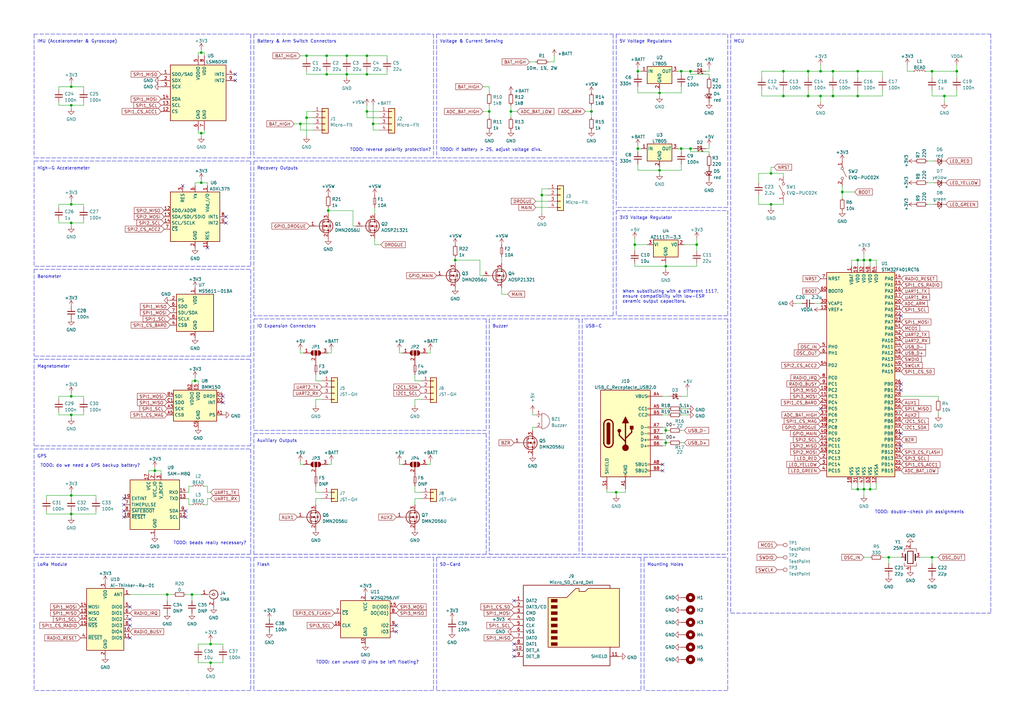
<source format=kicad_sch>
(kicad_sch (version 20211123) (generator eeschema)
  (paper "A3")
  (junction (at 29.21 43.18))
  (junction (at 29.21 35.56))
  (junction (at 29.21 91.44))
  (junction (at 222.25 80.01))
  (junction (at 270.51 69.85))
  (junction (at 261.62 60.96))
  (junction (at 351.79 106.68))
  (junction (at 133.985 30.48))
  (junction (at 345.44 78.74))
  (junction (at 354.33 200.66))
  (junction (at 200.66 45.72))
  (junction (at 354.33 106.68))
  (junction (at 382.27 29.21))
  (junction (at 142.24 30.48))
  (junction (at 142.24 22.86))
  (junction (at 153.035 50.8))
  (junction (at 29.21 170.18))
  (junction (at 29.21 203.2))
  (junction (at 285.75 100.33))
  (junction (at 336.55 29.21))
  (junction (at 356.87 106.68))
  (junction (at 331.47 29.21))
  (junction (at 82.55 54.61))
  (junction (at 356.87 200.66))
  (junction (at 321.31 29.21))
  (junction (at 351.79 200.66))
  (junction (at 86.36 271.78))
  (junction (at 29.21 210.82))
  (junction (at 283.21 29.21))
  (junction (at 150.495 30.48))
  (junction (at 351.79 29.21))
  (junction (at 68.58 243.84))
  (junction (at 382.27 228.6))
  (junction (at 125.73 48.26))
  (junction (at 316.23 71.12))
  (junction (at 63.5 193.04))
  (junction (at 123.19 50.8))
  (junction (at 242.57 45.72))
  (junction (at 387.35 39.37))
  (junction (at 336.55 39.37))
  (junction (at 316.23 83.82))
  (junction (at 351.79 39.37))
  (junction (at 82.55 21.59))
  (junction (at 209.55 45.72))
  (junction (at 78.74 243.84))
  (junction (at 273.05 109.22))
  (junction (at 252.73 201.93))
  (junction (at 392.43 29.21))
  (junction (at 364.49 228.6))
  (junction (at 283.21 60.96))
  (junction (at 321.31 39.37))
  (junction (at 150.495 45.72))
  (junction (at 261.62 29.21))
  (junction (at 29.21 83.82))
  (junction (at 29.21 162.56))
  (junction (at 80.01 156.21))
  (junction (at 279.4 29.21))
  (junction (at 82.55 74.93))
  (junction (at 186.69 106.68))
  (junction (at 273.05 176.53))
  (junction (at 86.36 264.16))
  (junction (at 341.63 39.37))
  (junction (at 260.35 100.33))
  (junction (at 150.495 22.86))
  (junction (at 134.62 86.36))
  (junction (at 273.05 181.61))
  (junction (at 133.985 22.86))
  (junction (at 341.63 29.21))
  (junction (at 270.51 38.1))
  (junction (at 331.47 39.37))
  (junction (at 279.4 60.96))
  (junction (at 125.73 22.86))
  (no_connect (at 91.44 162.56))
  (no_connect (at 91.44 165.1))
  (no_connect (at 50.8 209.55))
  (no_connect (at 92.71 91.44))
  (no_connect (at 271.78 190.5))
  (no_connect (at 271.78 193.04))
  (no_connect (at 53.34 256.54))
  (no_connect (at 162.56 256.54))
  (no_connect (at 162.56 259.08))
  (no_connect (at 85.09 101.6))
  (no_connect (at 74.93 76.2))
  (no_connect (at 336.55 167.64))
  (no_connect (at 369.57 160.02))
  (no_connect (at 369.57 182.88))
  (no_connect (at 369.57 177.8))
  (no_connect (at 369.57 157.48))
  (no_connect (at 369.57 129.54))
  (no_connect (at 92.71 88.9))
  (no_connect (at 210.82 246.38))
  (no_connect (at 210.82 264.16))
  (no_connect (at 210.82 269.24))
  (no_connect (at 210.82 266.7))
  (no_connect (at 53.34 261.62))
  (no_connect (at 96.52 30.48))
  (no_connect (at 96.52 33.02))
  (no_connect (at 76.2 209.55))
  (no_connect (at 76.2 212.09))
  (no_connect (at 53.34 248.92))
  (no_connect (at 50.8 207.01))
  (no_connect (at 50.8 204.47))
  (no_connect (at 53.34 254))
  (no_connect (at 50.8 212.09))
  (wire (pts (xy 176.53 144.78) (xy 176.53 143.51)))
  (wire (pts (xy 205.74 105.41) (xy 205.74 107.95)))
  (wire (pts (xy 354.33 106.68) (xy 356.87 106.68)))
  (wire (pts (xy 351.79 200.66) (xy 351.79 198.12)))
  (wire (pts (xy 387.35 41.91) (xy 387.35 39.37)))
  (wire (pts (xy 279.4 69.85) (xy 270.51 69.85)))
  (wire (pts (xy 271.78 167.64) (xy 274.32 167.64)))
  (wire (pts (xy 321.31 72.39) (xy 321.31 71.12)))
  (wire (pts (xy 382.27 29.21) (xy 392.43 29.21)))
  (polyline (pts (xy 104.14 228.6) (xy 104.14 283.21)))
  (wire (pts (xy 68.58 243.84) (xy 68.58 246.38)))
  (wire (pts (xy 283.21 29.21) (xy 283.21 30.48)))
  (wire (pts (xy 86.36 264.16) (xy 86.36 262.89)))
  (wire (pts (xy 142.24 29.21) (xy 142.24 30.48)))
  (wire (pts (xy 125.73 22.86) (xy 125.73 24.13)))
  (wire (pts (xy 270.51 69.85) (xy 270.51 71.12)))
  (wire (pts (xy 261.62 29.21) (xy 261.62 27.94)))
  (wire (pts (xy 336.55 26.67) (xy 336.55 29.21)))
  (wire (pts (xy 63.5 193.04) (xy 60.96 193.04)))
  (polyline (pts (xy 104.14 13.97) (xy 104.14 64.77)))
  (wire (pts (xy 290.83 29.21) (xy 290.83 27.94)))
  (wire (pts (xy 359.41 200.66) (xy 359.41 198.12)))
  (wire (pts (xy 39.37 209.55) (xy 39.37 210.82)))
  (wire (pts (xy 120.65 50.8) (xy 123.19 50.8)))
  (wire (pts (xy 270.51 38.1) (xy 270.51 39.37)))
  (polyline (pts (xy 13.97 184.15) (xy 102.87 184.15)))
  (wire (pts (xy 186.69 105.41) (xy 186.69 106.68)))
  (polyline (pts (xy 102.87 146.05) (xy 13.97 146.05)))
  (wire (pts (xy 283.21 60.96) (xy 283.21 62.23)))
  (wire (pts (xy 289.56 29.21) (xy 290.83 29.21)))
  (wire (pts (xy 256.54 200.66) (xy 256.54 201.93)))
  (wire (pts (xy 260.35 100.33) (xy 260.35 102.87)))
  (wire (pts (xy 82.55 21.59) (xy 83.82 21.59)))
  (wire (pts (xy 222.25 77.47) (xy 222.25 80.01)))
  (wire (pts (xy 91.44 270.51) (xy 91.44 271.78)))
  (polyline (pts (xy 298.45 283.21) (xy 264.16 283.21)))
  (wire (pts (xy 170.18 163.83) (xy 172.72 163.83)))
  (wire (pts (xy 205.74 118.11) (xy 205.74 120.65)))
  (wire (pts (xy 34.29 170.18) (xy 34.29 168.91)))
  (polyline (pts (xy 199.39 130.81) (xy 199.39 176.53)))
  (polyline (pts (xy 13.97 147.32) (xy 13.97 182.88)))
  (polyline (pts (xy 251.46 129.54) (xy 104.14 129.54)))
  (wire (pts (xy 123.19 22.86) (xy 125.73 22.86)))
  (wire (pts (xy 165.1 190.5) (xy 163.83 190.5)))
  (wire (pts (xy 158.75 30.48) (xy 158.75 29.21)))
  (wire (pts (xy 273.05 180.34) (xy 271.78 180.34)))
  (wire (pts (xy 336.55 29.21) (xy 331.47 29.21)))
  (wire (pts (xy 392.43 26.67) (xy 392.43 29.21)))
  (wire (pts (xy 273.05 176.53) (xy 273.05 177.8)))
  (wire (pts (xy 382.27 29.21) (xy 382.27 31.75)))
  (polyline (pts (xy 200.66 227.33) (xy 237.49 227.33)))
  (wire (pts (xy 86.36 264.16) (xy 81.28 264.16)))
  (polyline (pts (xy 299.72 13.97) (xy 299.72 251.46)))
  (wire (pts (xy 125.73 30.48) (xy 133.985 30.48)))
  (polyline (pts (xy 252.73 13.97) (xy 298.45 13.97)))
  (wire (pts (xy 261.62 60.96) (xy 261.62 59.69)))
  (wire (pts (xy 83.82 199.39) (xy 85.09 199.39)))
  (wire (pts (xy 24.13 36.83) (xy 24.13 35.56)))
  (wire (pts (xy 273.05 109.22) (xy 260.35 109.22)))
  (polyline (pts (xy 102.87 13.97) (xy 102.87 64.77)))
  (wire (pts (xy 63.5 193.04) (xy 66.04 193.04)))
  (wire (pts (xy 377.19 228.6) (xy 382.27 228.6)))
  (wire (pts (xy 356.87 200.66) (xy 356.87 198.12)))
  (wire (pts (xy 227.33 25.4) (xy 224.79 25.4)))
  (wire (pts (xy 351.79 29.21) (xy 361.95 29.21)))
  (wire (pts (xy 219.71 85.09) (xy 224.79 85.09)))
  (wire (pts (xy 125.73 45.72) (xy 128.27 45.72)))
  (wire (pts (xy 129.54 204.47) (xy 129.54 207.01)))
  (wire (pts (xy 150.495 45.72) (xy 150.495 43.18)))
  (wire (pts (xy 283.21 30.48) (xy 290.83 30.48)))
  (polyline (pts (xy 13.97 147.32) (xy 102.87 147.32)))
  (wire (pts (xy 260.35 97.79) (xy 260.35 100.33)))
  (wire (pts (xy 374.65 29.21) (xy 372.11 29.21)))
  (polyline (pts (xy 13.97 110.49) (xy 13.97 146.05)))
  (wire (pts (xy 123.19 53.34) (xy 123.19 50.8)))
  (wire (pts (xy 316.23 71.12) (xy 316.23 68.58)))
  (wire (pts (xy 261.62 29.21) (xy 261.62 30.48)))
  (wire (pts (xy 24.13 83.82) (xy 29.21 83.82)))
  (wire (pts (xy 316.23 83.82) (xy 311.15 83.82)))
  (wire (pts (xy 34.29 85.09) (xy 34.29 83.82)))
  (wire (pts (xy 217.17 25.4) (xy 219.71 25.4)))
  (wire (pts (xy 82.55 20.32) (xy 82.55 21.59)))
  (wire (pts (xy 29.21 43.18) (xy 29.21 44.45)))
  (wire (pts (xy 279.4 167.64) (xy 281.94 167.64)))
  (wire (pts (xy 351.79 39.37) (xy 361.95 39.37)))
  (polyline (pts (xy 102.87 147.32) (xy 102.87 182.88)))
  (wire (pts (xy 133.985 22.86) (xy 125.73 22.86)))
  (polyline (pts (xy 237.49 130.81) (xy 237.49 227.33)))
  (polyline (pts (xy 238.76 130.81) (xy 238.76 227.33)))
  (polyline (pts (xy 13.97 13.97) (xy 13.97 64.77)))
  (wire (pts (xy 29.21 91.44) (xy 24.13 91.44)))
  (wire (pts (xy 34.29 162.56) (xy 29.21 162.56)))
  (wire (pts (xy 150.495 22.86) (xy 142.24 22.86)))
  (wire (pts (xy 312.42 39.37) (xy 312.42 36.83)))
  (wire (pts (xy 316.23 68.58) (xy 317.5 68.58)))
  (wire (pts (xy 200.66 38.1) (xy 200.66 35.56)))
  (wire (pts (xy 78.74 243.84) (xy 82.55 243.84)))
  (wire (pts (xy 279.4 162.56) (xy 281.94 162.56)))
  (wire (pts (xy 24.13 162.56) (xy 29.21 162.56)))
  (polyline (pts (xy 104.14 66.04) (xy 251.46 66.04)))
  (wire (pts (xy 163.83 190.5) (xy 163.83 189.23)))
  (wire (pts (xy 279.4 176.53) (xy 280.67 176.53)))
  (wire (pts (xy 279.4 29.21) (xy 279.4 30.48)))
  (wire (pts (xy 345.44 78.74) (xy 345.44 81.28)))
  (wire (pts (xy 354.33 198.12) (xy 354.33 200.66)))
  (wire (pts (xy 158.75 24.13) (xy 158.75 22.86)))
  (wire (pts (xy 271.78 162.56) (xy 274.32 162.56)))
  (wire (pts (xy 82.55 54.61) (xy 82.55 55.88)))
  (wire (pts (xy 132.08 156.21) (xy 129.54 156.21)))
  (wire (pts (xy 312.42 29.21) (xy 312.42 31.75)))
  (wire (pts (xy 261.62 69.85) (xy 261.62 67.31)))
  (wire (pts (xy 341.63 39.37) (xy 341.63 36.83)))
  (wire (pts (xy 361.95 39.37) (xy 361.95 36.83)))
  (polyline (pts (xy 179.07 228.6) (xy 262.89 228.6)))
  (wire (pts (xy 29.21 203.2) (xy 39.37 203.2)))
  (wire (pts (xy 222.25 80.01) (xy 224.79 80.01)))
  (wire (pts (xy 382.27 39.37) (xy 382.27 36.83)))
  (wire (pts (xy 135.89 190.5) (xy 135.89 189.23)))
  (wire (pts (xy 271.78 177.8) (xy 273.05 177.8)))
  (wire (pts (xy 150.495 30.48) (xy 150.495 29.21)))
  (wire (pts (xy 285.75 107.95) (xy 285.75 109.22)))
  (wire (pts (xy 321.31 29.21) (xy 312.42 29.21)))
  (wire (pts (xy 345.44 78.74) (xy 345.44 76.2)))
  (wire (pts (xy 133.985 29.21) (xy 133.985 30.48)))
  (wire (pts (xy 142.24 24.13) (xy 142.24 22.86)))
  (polyline (pts (xy 251.46 13.97) (xy 251.46 64.77)))
  (wire (pts (xy 380.365 74.93) (xy 382.905 74.93)))
  (wire (pts (xy 218.44 170.18) (xy 218.44 168.91)))
  (wire (pts (xy 279.4 60.96) (xy 279.4 62.23)))
  (polyline (pts (xy 264.16 228.6) (xy 298.45 228.6)))
  (wire (pts (xy 321.31 71.12) (xy 316.23 71.12)))
  (wire (pts (xy 29.21 91.44) (xy 34.29 91.44)))
  (wire (pts (xy 273.05 181.61) (xy 274.32 181.61)))
  (wire (pts (xy 351.79 106.68) (xy 349.25 106.68)))
  (wire (pts (xy 124.46 144.78) (xy 123.19 144.78)))
  (wire (pts (xy 163.83 144.78) (xy 163.83 143.51)))
  (polyline (pts (xy 179.07 13.97) (xy 251.46 13.97)))
  (wire (pts (xy 331.47 39.37) (xy 321.31 39.37)))
  (wire (pts (xy 273.05 180.34) (xy 273.05 181.61)))
  (wire (pts (xy 29.21 204.47) (xy 29.21 203.2)))
  (wire (pts (xy 83.82 54.61) (xy 82.55 54.61)))
  (polyline (pts (xy 177.8 283.21) (xy 104.14 283.21)))
  (wire (pts (xy 78.74 243.84) (xy 78.74 246.38)))
  (polyline (pts (xy 262.89 228.6) (xy 262.89 283.21)))
  (wire (pts (xy 24.13 163.83) (xy 24.13 162.56)))
  (wire (pts (xy 290.83 60.96) (xy 290.83 59.69)))
  (polyline (pts (xy 251.46 66.04) (xy 251.46 129.54)))
  (wire (pts (xy 341.63 29.21) (xy 351.79 29.21)))
  (wire (pts (xy 19.05 209.55) (xy 19.05 210.82)))
  (wire (pts (xy 82.55 74.93) (xy 82.55 73.66)))
  (wire (pts (xy 78.74 156.21) (xy 80.01 156.21)))
  (polyline (pts (xy 199.39 177.8) (xy 199.39 227.33)))
  (wire (pts (xy 76.2 201.93) (xy 77.47 201.93)))
  (wire (pts (xy 331.47 29.21) (xy 331.47 31.75)))
  (wire (pts (xy 321.31 83.82) (xy 321.31 82.55)))
  (polyline (pts (xy 13.97 66.04) (xy 102.87 66.04)))
  (polyline (pts (xy 179.07 228.6) (xy 179.07 283.21)))
  (wire (pts (xy 134.62 85.09) (xy 134.62 86.36)))
  (wire (pts (xy 261.62 38.1) (xy 261.62 35.56)))
  (wire (pts (xy 349.25 200.66) (xy 349.25 198.12)))
  (wire (pts (xy 129.54 163.83) (xy 129.54 166.37)))
  (wire (pts (xy 279.4 60.96) (xy 283.21 60.96)))
  (wire (pts (xy 83.82 21.59) (xy 83.82 22.86)))
  (wire (pts (xy 24.13 41.91) (xy 24.13 43.18)))
  (polyline (pts (xy 251.46 64.77) (xy 179.07 64.77)))
  (wire (pts (xy 356.87 106.68) (xy 359.41 106.68)))
  (polyline (pts (xy 200.66 130.81) (xy 200.66 227.33)))
  (wire (pts (xy 91.44 264.16) (xy 86.36 264.16)))
  (polyline (pts (xy 104.14 177.8) (xy 104.14 227.33)))
  (wire (pts (xy 351.79 106.68) (xy 351.79 109.22)))
  (wire (pts (xy 82.55 74.93) (xy 85.09 74.93)))
  (wire (pts (xy 170.18 153.67) (xy 170.18 156.21)))
  (wire (pts (xy 175.26 144.78) (xy 176.53 144.78)))
  (polyline (pts (xy 177.8 13.97) (xy 177.8 64.77)))
  (wire (pts (xy 29.21 171.45) (xy 29.21 170.18)))
  (wire (pts (xy 270.51 36.83) (xy 270.51 38.1)))
  (wire (pts (xy 279.4 181.61) (xy 280.67 181.61)))
  (wire (pts (xy 196.85 113.03) (xy 198.12 113.03)))
  (wire (pts (xy 273.05 176.53) (xy 274.32 176.53)))
  (polyline (pts (xy 199.39 130.81) (xy 104.14 130.81)))
  (wire (pts (xy 283.21 62.23) (xy 290.83 62.23)))
  (wire (pts (xy 34.29 41.91) (xy 34.29 43.18)))
  (wire (pts (xy 285.75 109.22) (xy 273.05 109.22)))
  (wire (pts (xy 170.18 156.21) (xy 172.72 156.21)))
  (wire (pts (xy 34.29 43.18) (xy 29.21 43.18)))
  (polyline (pts (xy 299.72 251.46) (xy 406.4 251.46)))
  (wire (pts (xy 331.47 29.21) (xy 321.31 29.21)))
  (wire (pts (xy 142.24 30.48) (xy 150.495 30.48)))
  (polyline (pts (xy 251.46 66.04) (xy 251.46 66.04)))
  (polyline (pts (xy 104.14 228.6) (xy 177.8 228.6)))
  (wire (pts (xy 77.47 201.93) (xy 77.47 199.39)))
  (wire (pts (xy 369.57 228.6) (xy 364.49 228.6)))
  (wire (pts (xy 336.55 29.21) (xy 341.63 29.21)))
  (wire (pts (xy 77.47 207.01) (xy 78.74 207.01)))
  (wire (pts (xy 175.26 190.5) (xy 176.53 190.5)))
  (polyline (pts (xy 102.87 283.21) (xy 13.97 283.21)))
  (polyline (pts (xy 298.45 228.6) (xy 298.45 283.21)))
  (wire (pts (xy 125.73 55.88) (xy 125.73 48.26)))
  (polyline (pts (xy 199.39 227.33) (xy 104.14 227.33)))
  (wire (pts (xy 283.21 60.96) (xy 284.48 60.96)))
  (wire (pts (xy 279.4 67.31) (xy 279.4 69.85)))
  (wire (pts (xy 321.31 39.37) (xy 312.42 39.37)))
  (wire (pts (xy 219.71 170.18) (xy 218.44 170.18)))
  (wire (pts (xy 34.29 36.83) (xy 34.29 35.56)))
  (wire (pts (xy 29.21 203.2) (xy 29.21 201.93)))
  (wire (pts (xy 80.01 76.2) (xy 80.01 74.93)))
  (wire (pts (xy 290.83 30.48) (xy 290.83 31.75)))
  (wire (pts (xy 165.1 144.78) (xy 163.83 144.78)))
  (polyline (pts (xy 104.14 177.8) (xy 199.39 177.8)))
  (wire (pts (xy 354.33 104.14) (xy 354.33 106.68)))
  (wire (pts (xy 273.05 109.22) (xy 273.05 110.49)))
  (wire (pts (xy 133.985 24.13) (xy 133.985 22.86)))
  (polyline (pts (xy 104.14 130.81) (xy 104.14 176.53)))
  (wire (pts (xy 380.365 66.04) (xy 382.905 66.04)))
  (wire (pts (xy 153.035 53.34) (xy 155.575 53.34)))
  (wire (pts (xy 170.18 163.83) (xy 170.18 166.37)))
  (polyline (pts (xy 406.4 13.97) (xy 406.4 251.46)))
  (wire (pts (xy 124.46 190.5) (xy 123.19 190.5)))
  (wire (pts (xy 76.2 204.47) (xy 77.47 204.47)))
  (wire (pts (xy 387.35 39.37) (xy 382.27 39.37)))
  (wire (pts (xy 336.55 39.37) (xy 331.47 39.37)))
  (wire (pts (xy 81.28 21.59) (xy 81.28 22.86)))
  (polyline (pts (xy 13.97 228.6) (xy 102.87 228.6)))
  (wire (pts (xy 91.44 265.43) (xy 91.44 264.16)))
  (wire (pts (xy 80.01 74.93) (xy 82.55 74.93)))
  (wire (pts (xy 85.09 201.93) (xy 86.36 201.93)))
  (polyline (pts (xy 177.8 228.6) (xy 177.8 283.21)))
  (wire (pts (xy 387.35 39.37) (xy 392.43 39.37)))
  (polyline (pts (xy 298.45 130.81) (xy 238.76 130.81)))
  (wire (pts (xy 270.51 38.1) (xy 261.62 38.1)))
  (wire (pts (xy 76.2 243.84) (xy 78.74 243.84)))
  (wire (pts (xy 125.73 48.26) (xy 125.73 45.72)))
  (wire (pts (xy 316.23 71.12) (xy 311.15 71.12)))
  (wire (pts (xy 29.21 83.82) (xy 29.21 82.55)))
  (wire (pts (xy 77.47 204.47) (xy 77.47 207.01)))
  (polyline (pts (xy 102.87 64.77) (xy 13.97 64.77)))
  (wire (pts (xy 248.92 201.93) (xy 252.73 201.93)))
  (polyline (pts (xy 252.73 13.97) (xy 252.73 85.09)))
  (wire (pts (xy 129.54 201.93) (xy 129.54 199.39)))
  (wire (pts (xy 39.37 203.2) (xy 39.37 204.47)))
  (wire (pts (xy 354.33 200.66) (xy 356.87 200.66)))
  (wire (pts (xy 186.69 107.95) (xy 186.69 106.68)))
  (wire (pts (xy 144.78 86.36) (xy 144.78 92.71)))
  (wire (pts (xy 248.92 200.66) (xy 248.92 201.93)))
  (wire (pts (xy 150.495 24.13) (xy 150.495 22.86)))
  (wire (pts (xy 356.87 200.66) (xy 359.41 200.66)))
  (wire (pts (xy 326.39 124.46) (xy 328.93 124.46)))
  (wire (pts (xy 24.13 168.91) (xy 24.13 170.18)))
  (wire (pts (xy 29.21 210.82) (xy 29.21 209.55)))
  (wire (pts (xy 209.55 45.72) (xy 212.09 45.72)))
  (wire (pts (xy 356.87 106.68) (xy 356.87 109.22)))
  (wire (pts (xy 81.28 264.16) (xy 81.28 265.43)))
  (wire (pts (xy 279.4 35.56) (xy 279.4 38.1)))
  (wire (pts (xy 209.55 45.72) (xy 209.55 48.26)))
  (polyline (pts (xy 102.87 109.22) (xy 13.97 109.22)))
  (wire (pts (xy 262.89 29.21) (xy 261.62 29.21)))
  (wire (pts (xy 289.56 60.96) (xy 290.83 60.96)))
  (wire (pts (xy 19.05 210.82) (xy 29.21 210.82)))
  (wire (pts (xy 341.63 39.37) (xy 351.79 39.37)))
  (wire (pts (xy 361.95 29.21) (xy 361.95 31.75)))
  (wire (pts (xy 336.55 41.91) (xy 336.55 39.37)))
  (wire (pts (xy 200.66 45.72) (xy 200.66 48.26)))
  (wire (pts (xy 85.09 204.47) (xy 86.36 204.47)))
  (wire (pts (xy 384.81 168.91) (xy 384.81 170.18)))
  (polyline (pts (xy 102.87 182.88) (xy 13.97 182.88)))
  (wire (pts (xy 334.01 124.46) (xy 336.55 124.46)))
  (wire (pts (xy 81.28 156.21) (xy 81.28 157.48)))
  (wire (pts (xy 321.31 29.21) (xy 321.31 31.75)))
  (wire (pts (xy 281.94 162.56) (xy 281.94 160.02)))
  (polyline (pts (xy 13.97 184.15) (xy 13.97 227.33)))
  (wire (pts (xy 172.72 201.93) (xy 170.18 201.93)))
  (wire (pts (xy 354.33 106.68) (xy 351.79 106.68)))
  (wire (pts (xy 361.95 228.6) (xy 364.49 228.6)))
  (polyline (pts (xy 406.4 13.97) (xy 299.72 13.97)))
  (wire (pts (xy 134.62 87.63) (xy 134.62 86.36)))
  (polyline (pts (xy 102.87 66.04) (xy 102.87 109.22)))
  (wire (pts (xy 34.29 83.82) (xy 29.21 83.82)))
  (wire (pts (xy 354.33 200.66) (xy 351.79 200.66)))
  (polyline (pts (xy 252.73 86.36) (xy 298.45 86.36)))
  (wire (pts (xy 123.19 144.78) (xy 123.19 143.51)))
  (wire (pts (xy 170.18 201.93) (xy 170.18 199.39)))
  (wire (pts (xy 24.13 85.09) (xy 24.13 83.82)))
  (wire (pts (xy 311.15 71.12) (xy 311.15 74.93)))
  (wire (pts (xy 125.73 48.26) (xy 128.27 48.26)))
  (wire (pts (xy 219.71 175.26) (xy 218.44 175.26)))
  (wire (pts (xy 80.01 154.94) (xy 80.01 156.21)))
  (wire (pts (xy 153.67 97.79) (xy 153.67 100.33)))
  (wire (pts (xy 170.18 204.47) (xy 170.18 207.01)))
  (wire (pts (xy 392.43 39.37) (xy 392.43 36.83)))
  (polyline (pts (xy 262.89 283.21) (xy 179.07 283.21)))
  (wire (pts (xy 261.62 60.96) (xy 261.62 62.23)))
  (wire (pts (xy 349.25 106.68) (xy 349.25 109.22)))
  (polyline (pts (xy 104.14 176.53) (xy 199.39 176.53)))
  (wire (pts (xy 85.09 74.93) (xy 85.09 76.2)))
  (wire (pts (xy 158.75 22.86) (xy 150.495 22.86)))
  (polyline (pts (xy 177.8 64.77) (xy 104.14 64.77)))
  (wire (pts (xy 242.57 45.72) (xy 242.57 43.18)))
  (wire (pts (xy 86.36 271.78) (xy 86.36 273.05)))
  (polyline (pts (xy 13.97 228.6) (xy 13.97 283.21)))
  (polyline (pts (xy 13.97 66.04) (xy 13.97 109.22)))
  (wire (pts (xy 351.79 39.37) (xy 351.79 36.83)))
  (wire (pts (xy 351.79 200.66) (xy 349.25 200.66)))
  (polyline (pts (xy 298.45 13.97) (xy 298.45 85.09)))
  (wire (pts (xy 153.67 85.09) (xy 153.67 87.63)))
  (wire (pts (xy 29.21 92.71) (xy 29.21 91.44)))
  (wire (pts (xy 218.44 175.26) (xy 218.44 176.53)))
  (wire (pts (xy 227.33 22.86) (xy 227.33 25.4)))
  (wire (pts (xy 34.29 35.56) (xy 29.21 35.56)))
  (wire (pts (xy 153.67 100.33) (xy 156.21 100.33)))
  (polyline (pts (xy 238.76 227.33) (xy 298.45 227.33)))
  (wire (pts (xy 200.66 43.18) (xy 200.66 45.72)))
  (wire (pts (xy 224.79 77.47) (xy 222.25 77.47)))
  (wire (pts (xy 372.11 29.21) (xy 372.11 26.67)))
  (polyline (pts (xy 13.97 110.49) (xy 102.87 110.49)))
  (polyline (pts (xy 298.45 129.54) (xy 252.73 129.54)))
  (wire (pts (xy 283.21 29.21) (xy 284.48 29.21)))
  (wire (pts (xy 345.44 78.74) (xy 350.52 78.74)))
  (wire (pts (xy 29.21 212.09) (xy 29.21 210.82)))
  (wire (pts (xy 125.73 29.21) (xy 125.73 30.48)))
  (wire (pts (xy 271.78 170.18) (xy 274.32 170.18)))
  (wire (pts (xy 341.63 29.21) (xy 341.63 31.75)))
  (wire (pts (xy 279.4 29.21) (xy 283.21 29.21)))
  (wire (pts (xy 34.29 163.83) (xy 34.29 162.56)))
  (wire (pts (xy 39.37 210.82) (xy 29.21 210.82)))
  (wire (pts (xy 132.08 163.83) (xy 129.54 163.83)))
  (polyline (pts (xy 298.45 85.09) (xy 252.73 85.09)))
  (wire (pts (xy 336.55 39.37) (xy 341.63 39.37)))
  (wire (pts (xy 155.575 48.26) (xy 150.495 48.26)))
  (polyline (pts (xy 298.45 86.36) (xy 298.45 129.54)))
  (polyline (pts (xy 13.97 13.97) (xy 102.87 13.97)))
  (wire (pts (xy 29.21 162.56) (xy 29.21 161.29)))
  (wire (pts (xy 270.51 69.85) (xy 261.62 69.85)))
  (wire (pts (xy 278.13 29.21) (xy 279.4 29.21)))
  (wire (pts (xy 132.08 201.93) (xy 129.54 201.93)))
  (wire (pts (xy 134.62 144.78) (xy 135.89 144.78)))
  (wire (pts (xy 271.78 182.88) (xy 273.05 182.88)))
  (wire (pts (xy 142.24 22.86) (xy 133.985 22.86)))
  (wire (pts (xy 379.73 29.21) (xy 382.27 29.21)))
  (wire (pts (xy 359.41 106.68) (xy 359.41 109.22)))
  (wire (pts (xy 19.05 203.2) (xy 29.21 203.2)))
  (wire (pts (xy 71.12 243.84) (xy 68.58 243.84)))
  (wire (pts (xy 392.43 29.21) (xy 392.43 31.75)))
  (wire (pts (xy 222.25 87.63) (xy 222.25 80.01)))
  (wire (pts (xy 209.55 43.18) (xy 209.55 45.72)))
  (wire (pts (xy 196.85 106.68) (xy 196.85 113.03)))
  (wire (pts (xy 132.08 204.47) (xy 129.54 204.47)))
  (wire (pts (xy 85.09 199.39) (xy 85.09 201.93)))
  (wire (pts (xy 144.78 92.71) (xy 146.05 92.71)))
  (wire (pts (xy 81.28 271.78) (xy 81.28 270.51)))
  (wire (pts (xy 260.35 107.95) (xy 260.35 109.22)))
  (wire (pts (xy 321.31 39.37) (xy 321.31 36.83)))
  (wire (pts (xy 205.74 120.65) (xy 208.28 120.65)))
  (wire (pts (xy 29.21 170.18) (xy 34.29 170.18)))
  (wire (pts (xy 19.05 204.47) (xy 19.05 203.2)))
  (wire (pts (xy 135.89 144.78) (xy 135.89 143.51)))
  (wire (pts (xy 66.04 193.04) (xy 66.04 194.31)))
  (wire (pts (xy 83.82 53.34) (xy 83.82 54.61)))
  (polyline (pts (xy 102.87 184.15) (xy 102.87 227.33)))
  (wire (pts (xy 316.23 85.09) (xy 316.23 83.82)))
  (wire (pts (xy 279.4 170.18) (xy 281.94 170.18)))
  (wire (pts (xy 354.33 228.6) (xy 356.87 228.6)))
  (wire (pts (xy 384.81 228.6) (xy 382.27 228.6)))
  (polyline (pts (xy 102.87 227.33) (xy 13.97 227.33)))
  (wire (pts (xy 123.19 50.8) (xy 128.27 50.8)))
  (wire (pts (xy 351.79 29.21) (xy 351.79 31.75)))
  (wire (pts (xy 285.75 100.33) (xy 280.67 100.33)))
  (wire (pts (xy 311.15 83.82) (xy 311.15 80.01)))
  (wire (pts (xy 24.13 170.18) (xy 29.21 170.18)))
  (wire (pts (xy 285.75 102.87) (xy 285.75 100.33)))
  (wire (pts (xy 369.57 162.56) (xy 384.81 162.56)))
  (wire (pts (xy 142.24 30.48) (xy 142.24 31.75)))
  (wire (pts (xy 273.05 175.26) (xy 273.05 176.53)))
  (wire (pts (xy 153.035 50.8) (xy 153.035 53.34)))
  (wire (pts (xy 364.49 228.6) (xy 364.49 231.14)))
  (wire (pts (xy 219.71 82.55) (xy 224.79 82.55)))
  (wire (pts (xy 278.13 60.96) (xy 279.4 60.96)))
  (wire (pts (xy 53.34 243.84) (xy 68.58 243.84)))
  (wire (pts (xy 200.66 35.56) (xy 198.12 35.56)))
  (wire (pts (xy 242.57 45.72) (xy 240.03 45.72)))
  (wire (pts (xy 34.29 91.44) (xy 34.29 90.17)))
  (wire (pts (xy 380.365 83.82) (xy 382.905 83.82)))
  (wire (pts (xy 91.44 271.78) (xy 86.36 271.78)))
  (wire (pts (xy 63.5 193.04) (xy 63.5 194.31)))
  (wire (pts (xy 128.27 53.34) (xy 123.19 53.34)))
  (wire (pts (xy 198.12 45.72) (xy 200.66 45.72)))
  (wire (pts (xy 285.75 97.79) (xy 285.75 100.33)))
  (wire (pts (xy 290.83 62.23) (xy 290.83 63.5)))
  (wire (pts (xy 83.82 207.01) (xy 85.09 207.01)))
  (wire (pts (xy 24.13 35.56) (xy 29.21 35.56)))
  (polyline (pts (xy 102.87 110.49) (xy 102.87 146.05)))
  (wire (pts (xy 123.19 190.5) (xy 123.19 189.23)))
  (wire (pts (xy 331.47 39.37) (xy 331.47 36.83)))
  (wire (pts (xy 129.54 156.21) (xy 129.54 153.67)))
  (wire (pts (xy 80.01 156.21) (xy 81.28 156.21)))
  (wire (pts (xy 78.74 157.48) (xy 78.74 156.21)))
  (wire (pts (xy 279.4 38.1) (xy 270.51 38.1)))
  (polyline (pts (xy 264.16 228.6) (xy 264.16 283.21)))
  (wire (pts (xy 384.81 163.83) (xy 384.81 162.56)))
  (wire (pts (xy 29.21 35.56) (xy 29.21 34.29)))
  (wire (pts (xy 82.55 21.59) (xy 81.28 21.59)))
  (wire (pts (xy 150.495 45.72) (xy 155.575 45.72)))
  (wire (pts (xy 81.28 54.61) (xy 82.55 54.61)))
  (wire (pts (xy 271.78 175.26) (xy 273.05 175.26)))
  (wire (pts (xy 354.33 106.68) (xy 354.33 109.22)))
  (wire (pts (xy 262.89 60.96) (xy 261.62 60.96)))
  (wire (pts (xy 153.035 43.18) (xy 153.035 50.8)))
  (wire (pts (xy 86.36 271.78) (xy 81.28 271.78)))
  (polyline (pts (xy 252.73 86.36) (xy 252.73 129.54)))
  (wire (pts (xy 242.57 48.26) (xy 242.57 45.72)))
  (wire (pts (xy 176.53 190.5) (xy 176.53 189.23)))
  (wire (pts (xy 133.985 30.48) (xy 142.24 30.48)))
  (wire (pts (xy 270.51 68.58) (xy 270.51 69.85)))
  (polyline (pts (xy 104.14 66.04) (xy 104.14 129.54)))
  (wire (pts (xy 186.69 106.68) (xy 196.85 106.68)))
  (polyline (pts (xy 102.87 228.6) (xy 102.87 283.21)))
  (wire (pts (xy 172.72 204.47) (xy 170.18 204.47)))
  (wire (pts (xy 252.73 201.93) (xy 252.73 203.2)))
  (polyline (pts (xy 179.07 13.97) (xy 179.07 64.77)))
  (wire (pts (xy 273.05 181.61) (xy 273.05 182.88)))
  (wire (pts (xy 382.27 228.6) (xy 382.27 231.14)))
  (wire (pts (xy 153.035 50.8) (xy 155.575 50.8)))
  (wire (pts (xy 256.54 201.93) (xy 252.73 201.93)))
  (wire (pts (xy 24.13 91.44) (xy 24.13 90.17)))
  (wire (pts (xy 150.495 30.48) (xy 158.75 30.48)))
  (wire (pts (xy 24.13 43.18) (xy 29.21 43.18)))
  (wire (pts (xy 260.35 100.33) (xy 265.43 100.33)))
  (wire (pts (xy 273.05 107.95) (xy 273.05 109.22)))
  (wire (pts (xy 85.09 207.01) (xy 85.09 204.47)))
  (wire (pts (xy 316.23 83.82) (xy 321.31 83.82)))
  (wire (pts (xy 354.33 200.66) (xy 354.33 203.2)))
  (polyline (pts (xy 298.45 130.81) (xy 298.45 227.33)))
  (wire (pts (xy 134.62 86.36) (xy 144.78 86.36)))
  (wire (pts (xy 150.495 48.26) (xy 150.495 45.72)))
  (wire (pts (xy 134.62 190.5) (xy 135.89 190.5)))
  (wire (pts (xy 63.5 191.77) (xy 63.5 193.04)))
  (wire (pts (xy 77.47 199.39) (xy 78.74 199.39)))
  (polyline (pts (xy 104.14 13.97) (xy 177.8 13.97)))
  (polyline (pts (xy 237.49 130.81) (xy 200.66 130.81)))
  (wire (pts (xy 81.28 53.34) (xy 81.28 54.61)))
  (wire (pts (xy 60.96 193.04) (xy 60.96 194.31)))
  (text "SD-Card" (at 180.34 232.41 0) (effects (font (size 1.27 1.27)) (justify left bottom)))
  (text "High-G Accelerometer" (at 15.24 69.85 0) (effects (font (size 1.27 1.27)) (justify left bottom)))
  (text "Magnetometer" (at 15.24 151.13 0) (effects (font (size 1.27 1.27)) (justify left bottom)))
  (text "Auxiliary Outputs" (at 105.41 181.61 0) (effects (font (size 1.27 1.27)) (justify left bottom)))
  (text "GPS" (at 15.24 187.96 0) (effects (font (size 1.27 1.27)) (justify left bottom)))
  (text "TODO: double-check pin assignments" (at 358.775 210.82 0) (effects (font (size 1.27 1.27)) (justify left bottom)))
  (text "Recovery Outputs" (at 105.41 69.85 0) (effects (font (size 1.27 1.27)) (justify left bottom)))
  (text "TODO: fill out datasheets, vendor, generate BOM" (at 252.73 309.88 0) (effects (font (size 1.27 1.27)) (justify left bottom)))
  (text "TODO: can unused IO pins be left floating?" (at 129.54 272.415 0) (effects (font (size 1.27 1.27)) (justify left bottom)))
  (text "TODO: do we need a GPS backup battery?" (at 16.51 191.77 0) (effects (font (size 1.27 1.27)) (justify left bottom)))
  (text "USB-C" (at 240.03 134.62 0) (effects (font (size 1.27 1.27)) (justify left bottom)))
  (text "TODO: diode part selection (amps?)" (at 349.25 314.96 0) (effects (font (size 1.27 1.27)) (justify left bottom)))
  (text "Mounting Holes" (at 265.43 232.41 0) (effects (font (size 1.27 1.27)) (justify left bottom)))
  (text "Battery & Arm Switch Connectors" (at 105.41 17.78 0) (effects (font (size 1.27 1.27)) (justify left bottom)))
  (text "When substituting with a different 1117,\nensure compatibility with low-ESR\nceramic output capacitors." (at 255.27 124.46 0) (effects (font (size 1.27 1.27)) (justify left bottom)))
  (text "Voltage & Current Sensing" (at 180.34 17.78 0) (effects (font (size 1.27 1.27)) (justify left bottom)))
  (text "Barometer" (at 15.24 114.3 0) (effects (font (size 1.27 1.27)) (justify left bottom)))
  (text "Flash" (at 105.41 232.41 0) (effects (font (size 1.27 1.27)) (justify left bottom)))
  (text "IMU (Accelerometer & Gyroscope)" (at 15.24 17.78 0) (effects (font (size 1.27 1.27)) (justify left bottom)))
  (text "LoRa Module" (at 15.24 232.41 0) (effects (font (size 1.27 1.27)) (justify left bottom)))
  (text "Buzzer" (at 201.93 134.62 0) (effects (font (size 1.27 1.27)) (justify left bottom)))
  (text "TODO: beads really necessary?" (at 71.12 223.52 0) (effects (font (size 1.27 1.27)) (justify left bottom)))
  (text "TODO: reverse polarity protection?" (at 143.51 62.23 0) (effects (font (size 1.27 1.27)) (justify left bottom)))
  (text "TODO: If battery > 2S, adjust voltage divs." (at 180.34 62.23 0) (effects (font (size 1.27 1.27)) (justify left bottom)))
  (text "IO Expansion Connectors" (at 105.41 134.62 0) (effects (font (size 1.27 1.27)) (justify left bottom)))
  (text "5V Voltage Regulators" (at 254 17.78 0) (effects (font (size 1.27 1.27)) (justify left bottom)))
  (text "MCU" (at 300.99 17.78 0) (effects (font (size 1.27 1.27)) (justify left bottom)))
  (text "3V3 Voltage Regulator" (at 254 90.17 0) (effects (font (size 1.27 1.27)) (justify left bottom)))
  (label "D0-" (at 273.05 175.26 0))
  (label "D0+" (at 273.05 180.34 0))
  (global_label "SPI1_CS_RADIO" (shape input) (at 369.57 116.84 0) (property "Intersheet References" "${INTERSHEET_REFS}" (effects hide)))
  (global_label "AUX2" (shape input) (at 162.56 212.09 180) (property "Intersheet References" "${INTERSHEET_REFS}" (effects hide)))
  (global_label "DROGUE" (shape input) (at 156.21 100.33 0) (property "Intersheet References" "${INTERSHEET_REFS}" (effects hide)))
  (global_label "OSC_IN" (shape input) (at 336.55 142.24 180) (property "Intersheet References" "${INTERSHEET_REFS}" (effects hide)))
  (global_label "SPI3_SCL" (shape input) (at 369.57 187.96 0) (property "Intersheet References" "${INTERSHEET_REFS}" (effects hide)))
  (global_label "USB_D-" (shape input) (at 369.57 142.24 0) (property "Intersheet References" "${INTERSHEET_REFS}" (effects hide)))
  (global_label "LED_GREEN" (shape input) (at 336.55 193.04 180) (property "Intersheet References" "${INTERSHEET_REFS}" (effects hide)))
  (global_label "BZR" (shape input) (at 210.82 181.61 180) (property "Intersheet References" "${INTERSHEET_REFS}" (effects hide)))
  (global_label "BAT_HIGH" (shape input) (at 217.17 25.4 180) (property "Intersheet References" "${INTERSHEET_REFS}" (effects hide)))
  (global_label "UART1_RX" (shape input) (at 86.36 204.47 0) (property "Intersheet References" "${INTERSHEET_REFS}" (effects hide)))
  (global_label "SPI3_SCL" (shape input) (at 137.16 256.54 180) (property "Intersheet References" "${INTERSHEET_REFS}" (effects hide)))
  (global_label "UART2_RX" (shape input) (at 369.57 139.7 0) (property "Intersheet References" "${INTERSHEET_REFS}" (effects hide)))
  (global_label "SPI3_MOSI" (shape input) (at 162.56 248.92 0) (property "Intersheet References" "${INTERSHEET_REFS}" (effects hide)))
  (global_label "DROGUE" (shape input) (at 219.71 82.55 180) (property "Intersheet References" "${INTERSHEET_REFS}" (effects hide)))
  (global_label "MAIN" (shape input) (at 219.71 85.09 180) (property "Intersheet References" "${INTERSHEET_REFS}" (effects hide)))
  (global_label "I2C1_SDA" (shape input) (at 172.72 158.75 180) (property "Intersheet References" "${INTERSHEET_REFS}" (effects hide)))
  (global_label "ADC_ARM" (shape input) (at 369.57 124.46 0) (property "Intersheet References" "${INTERSHEET_REFS}" (effects hide)))
  (global_label "SPI1_MOSI" (shape input) (at 210.82 251.46 180) (property "Intersheet References" "${INTERSHEET_REFS}" (effects hide)))
  (global_label "SPI1_CS_BARO" (shape input) (at 69.85 133.35 180) (property "Intersheet References" "${INTERSHEET_REFS}" (effects hide)))
  (global_label "GPIO_MAIN" (shape input) (at 179.07 113.03 180) (property "Intersheet References" "${INTERSHEET_REFS}" (effects hide)))
  (global_label "SPI3_CS_FLASH" (shape input) (at 137.16 251.46 180) (property "Intersheet References" "${INTERSHEET_REFS}" (effects hide)))
  (global_label "AUX1" (shape input) (at 121.92 212.09 180) (property "Intersheet References" "${INTERSHEET_REFS}" (effects hide)))
  (global_label "SPI1_SCL" (shape input) (at 68.58 167.64 180) (property "Intersheet References" "${INTERSHEET_REFS}" (effects hide)))
  (global_label "GPIO_DROGUE" (shape input) (at 127 92.71 180) (property "Intersheet References" "${INTERSHEET_REFS}" (effects hide)))
  (global_label "BAT_HIGH" (shape input) (at 198.12 35.56 180) (property "Intersheet References" "${INTERSHEET_REFS}" (effects hide)))
  (global_label "UART1_TX" (shape input) (at 86.36 201.93 0) (property "Intersheet References" "${INTERSHEET_REFS}" (effects hide)))
  (global_label "SPI2_MISO" (shape input) (at 67.31 86.36 180) (property "Intersheet References" "${INTERSHEET_REFS}" (effects hide)))
  (global_label "SPI1_MISO" (shape input) (at 210.82 261.62 180) (property "Intersheet References" "${INTERSHEET_REFS}" (effects hide)))
  (global_label "BZR" (shape input) (at 369.57 180.34 0) (property "Intersheet References" "${INTERSHEET_REFS}" (effects hide)))
  (global_label "UART2_TX" (shape input) (at 132.08 158.75 180) (property "Intersheet References" "${INTERSHEET_REFS}" (effects hide)))
  (global_label "RADIO_IRQ" (shape input) (at 53.34 251.46 0) (property "Intersheet References" "${INTERSHEET_REFS}" (effects hide)))
  (global_label "OSC_OUT" (shape input) (at 384.81 228.6 0) (property "Intersheet References" "${INTERSHEET_REFS}" (effects hide)))
  (global_label "GPIO_DROGUE" (shape input) (at 336.55 175.26 180) (property "Intersheet References" "${INTERSHEET_REFS}" (effects hide)))
  (global_label "UART2_TX" (shape input) (at 369.57 137.16 0) (property "Intersheet References" "${INTERSHEET_REFS}" (effects hide)))
  (global_label "SPI1_MOSI" (shape input) (at 33.02 248.92 180) (property "Intersheet References" "${INTERSHEET_REFS}" (effects hide)))
  (global_label "NRST" (shape input) (at 317.5 68.58 0) (property "Intersheet References" "${INTERSHEET_REFS}" (effects hide)))
  (global_label "USB_D+" (shape input) (at 369.57 144.78 0) (property "Intersheet References" "${INTERSHEET_REFS}" (effects hide)))
  (global_label "BAT_HIGH" (shape input) (at 120.65 50.8 180) (property "Intersheet References" "${INTERSHEET_REFS}" (effects hide)))
  (global_label "LED_GREEN" (shape input) (at 387.985 83.82 0) (property "Intersheet References" "${INTERSHEET_REFS}" (effects hide)))
  (global_label "BOOT" (shape input) (at 350.52 78.74 0) (property "Intersheet References" "${INTERSHEET_REFS}" (effects hide)))
  (global_label "SPI1_MOSI" (shape input) (at 69.85 128.27 180) (property "Intersheet References" "${INTERSHEET_REFS}" (effects hide)))
  (global_label "RADIO_RESET" (shape input) (at 33.02 261.62 180) (property "Intersheet References" "${INTERSHEET_REFS}" (effects hide)))
  (global_label "LED_YELLOW" (shape input) (at 387.985 74.93 0) (property "Intersheet References" "${INTERSHEET_REFS}" (effects hide)))
  (global_label "UART1_TX" (shape input) (at 369.57 119.38 0) (property "Intersheet References" "${INTERSHEET_REFS}" (effects hide)))
  (global_label "ADC_BAT_LOW" (shape input) (at 212.09 45.72 0) (property "Intersheet References" "${INTERSHEET_REFS}" (effects hide)))
  (global_label "ADC_ARM" (shape input) (at 240.03 45.72 180) (property "Intersheet References" "${INTERSHEET_REFS}" (effects hide)))
  (global_label "AUX1" (shape input) (at 369.57 165.1 0) (property "Intersheet References" "${INTERSHEET_REFS}" (effects hide)))
  (global_label "SPI2_SCL" (shape input) (at 67.31 91.44 180) (property "Intersheet References" "${INTERSHEET_REFS}" (effects hide)))
  (global_label "SPI1_CS_ACC1" (shape input) (at 66.04 45.72 180) (property "Intersheet References" "${INTERSHEET_REFS}" (effects hide)))
  (global_label "I2C1_SCL" (shape input) (at 172.72 161.29 180) (property "Intersheet References" "${INTERSHEET_REFS}" (effects hide)))
  (global_label "LED_RED" (shape input) (at 336.55 187.96 180) (property "Intersheet References" "${INTERSHEET_REFS}" (effects hide)))
  (global_label "SPI3_CS_FLASH" (shape input) (at 369.57 185.42 0) (property "Intersheet References" "${INTERSHEET_REFS}" (effects hide)))
  (global_label "RADIO_BUSY" (shape input) (at 336.55 157.48 180) (property "Intersheet References" "${INTERSHEET_REFS}" (effects hide)))
  (global_label "SPI1_MISO" (shape input) (at 68.58 165.1 180) (property "Intersheet References" "${INTERSHEET_REFS}" (effects hide)))
  (global_label "SPI2_MOSI" (shape input) (at 336.55 185.42 180) (property "Intersheet References" "${INTERSHEET_REFS}" (effects hide)))
  (global_label "SPI1_CS_SD" (shape input) (at 369.57 152.4 0) (property "Intersheet References" "${INTERSHEET_REFS}" (effects hide)))
  (global_label "SPI2_CS_ACC2" (shape input) (at 67.31 93.98 180) (property "Intersheet References" "${INTERSHEET_REFS}" (effects hide)))
  (global_label "SPI1_SCL" (shape input) (at 69.85 130.81 180) (property "Intersheet References" "${INTERSHEET_REFS}" (effects hide)))
  (global_label "SPI1_CS_RADIO" (shape input) (at 33.02 256.54 180) (property "Intersheet References" "${INTERSHEET_REFS}" (effects hide)))
  (global_label "SPI2_MISO" (shape input) (at 336.55 182.88 180) (property "Intersheet References" "${INTERSHEET_REFS}" (effects hide)))
  (global_label "SPI1_CS_BARO" (shape input) (at 336.55 165.1 180) (property "Intersheet References" "${INTERSHEET_REFS}" (effects hide)))
  (global_label "SPI1_MOSI" (shape input) (at 369.57 132.08 0) (property "Intersheet References" "${INTERSHEET_REFS}" (effects hide)))
  (global_label "SWDIO" (shape input) (at 318.77 228.6 180) (property "Intersheet References" "${INTERSHEET_REFS}" (effects hide)))
  (global_label "MAIN" (shape input) (at 208.28 120.65 0) (property "Intersheet References" "${INTERSHEET_REFS}" (effects hide)))
  (global_label "SPI1_MISO" (shape input) (at 33.02 251.46 180) (property "Intersheet References" "${INTERSHEET_REFS}" (effects hide)))
  (global_label "SPI2_CS_ACC2" (shape input) (at 336.55 149.86 180) (property "Intersheet References" "${INTERSHEET_REFS}" (effects hide)))
  (global_label "GPIO_MAIN" (shape input) (at 336.55 177.8 180) (property "Intersheet References" "${INTERSHEET_REFS}" (effects hide)))
  (global_label "LED_YELLOW" (shape input) (at 336.55 190.5 180) (property "Intersheet References" "${INTERSHEET_REFS}" (effects hide)))
  (global_label "USB_D-" (shape input) (at 280.67 176.53 0) (property "Intersheet References" "${INTERSHEET_REFS}" (effects hide)))
  (global_label "SPI2_SCL" (shape input) (at 336.55 180.34 180) (property "Intersheet References" "${INTERSHEET_REFS}" (effects hide)))
  (global_label "USB_D+" (shape input) (at 280.67 181.61 0) (property "Intersheet References" "${INTERSHEET_REFS}" (effects hide)))
  (global_label "LED_RED" (shape input) (at 387.985 66.04 0) (property "Intersheet References" "${INTERSHEET_REFS}" (effects hide)))
  (global_label "SPI1_MOSI" (shape input) (at 66.04 40.64 180) (property "Intersheet References" "${INTERSHEET_REFS}" (effects hide)))
  (global_label "OSC_IN" (shape input) (at 354.33 228.6 180) (property "Intersheet References" "${INTERSHEET_REFS}" (effects hide)))
  (global_label "SPI1_SCL" (shape input) (at 66.04 43.18 180) (property "Intersheet References" "${INTERSHEET_REFS}" (effects hide)))
  (global_label "SPI1_MOSI" (shape input) (at 68.58 162.56 180) (property "Intersheet References" "${INTERSHEET_REFS}" (effects hide)))
  (global_label "SPI1_CS_MAG" (shape input) (at 68.58 170.18 180) (property "Intersheet References" "${INTERSHEET_REFS}" (effects hide)))
  (global_label "UART1_RX" (shape input) (at 369.57 121.92 0) (property "Intersheet References" "${INTERSHEET_REFS}" (effects hide)))
  (global_label "OSC_OUT" (shape input) (at 336.55 144.78 180) (property "Intersheet References" "${INTERSHEET_REFS}" (effects hide)))
  (global_label "UART2_RX" (shape input) (at 132.08 161.29 180) (property "Intersheet References" "${INTERSHEET_REFS}" (effects hide)))
  (global_label "SPI1_MISO" (shape input) (at 66.04 30.48 180) (property "Intersheet References" "${INTERSHEET_REFS}" (effects hide)))
  (global_label "NRST" (shape input) (at 336.55 114.3 180) (property "Intersheet References" "${INTERSHEET_REFS}" (effects hide)))
  (global_label "ADC_BAT_HIGH" (shape input) (at 198.12 45.72 180) (property "Intersheet References" "${INTERSHEET_REFS}" (effects hide)))
  (global_label "I2C1_SDA" (shape input) (at 369.57 175.26 0) (property "Intersheet References" "${INTERSHEET_REFS}" (effects hide)))
  (global_label "SPI1_MISO" (shape input) (at 369.57 167.64 0) (property "Intersheet References" "${INTERSHEET_REFS}" (effects hide)))
  (global_label "SPI3_MISO" (shape input) (at 162.56 251.46 0) (property "Intersheet References" "${INTERSHEET_REFS}" (effects hide)))
  (global_label "SPI1_CS_SD" (shape input) (at 210.82 248.92 180) (property "Intersheet References" "${INTERSHEET_REFS}" (effects hide)))
  (global_label "RADIO_BUSY" (shape input) (at 53.34 259.08 0) (property "Intersheet References" "${INTERSHEET_REFS}" (effects hide)))
  (global_label "SPI1_SCL" (shape input) (at 210.82 256.54 180) (property "Intersheet References" "${INTERSHEET_REFS}" (effects hide)))
  (global_label "ADC_BAT_LOW" (shape input) (at 369.57 193.04 0) (property "Intersheet References" "${INTERSHEET_REFS}" (effects hide)))
  (global_label "MCO1" (shape input) (at 318.77 223.52 180) (property "Intersheet References" "${INTERSHEET_REFS}" (effects hide)))
  (global_label "SWCLK" (shape input) (at 369.57 149.86 0) (property "Intersheet References" "${INTERSHEET_REFS}" (effects hide)))
  (global_label "SPI1_SCL" (shape input) (at 369.57 127 0) (property "Intersheet References" "${INTERSHEET_REFS}" (effects hide)))
  (global_label "BAT_HIGH" (shape input) (at 123.19 22.86 180) (property "Intersheet References" "${INTERSHEET_REFS}" (effects hide)))
  (global_label "SPI1_CS_ACC1" (shape input) (at 369.57 190.5 0) (property "Intersheet References" "${INTERSHEET_REFS}" (effects hide)))
  (global_label "SWCLK" (shape input) (at 318.77 233.68 180) (property "Intersheet References" "${INTERSHEET_REFS}" (effects hide)))
  (global_label "SWDIO" (shape input) (at 369.57 147.32 0) (property "Intersheet References" "${INTERSHEET_REFS}" (effects hide)))
  (global_label "SPI2_MOSI" (shape input) (at 67.31 88.9 180) (property "Intersheet References" "${INTERSHEET_REFS}" (effects hide)))
  (global_label "SPI1_CS_MAG" (shape input) (at 336.55 172.72 180) (property "Intersheet References" "${INTERSHEET_REFS}" (effects hide)))
  (global_label "SPI1_SCL" (shape input) (at 33.02 254 180) (property "Intersheet References" "${INTERSHEET_REFS}" (effects hide)))
  (global_label "SPI3_MOSI" (shape input) (at 336.55 162.56 180) (property "Intersheet References" "${INTERSHEET_REFS}" (effects hide)))
  (global_label "SPI3_MISO" (shape input) (at 336.55 160.02 180) (property "Intersheet References" "${INTERSHEET_REFS}" (effects hide)))
  (global_label "BOOT" (shape input) (at 336.55 119.38 180) (property "Intersheet References" "${INTERSHEET_REFS}" (effects hide)))
  (global_label "I2C1_SCL" (shape input) (at 369.57 172.72 0) (property "Intersheet References" "${INTERSHEET_REFS}" (effects hide)))
  (global_label "MCO1" (shape input) (at 369.57 134.62 0) (property "Intersheet References" "${INTERSHEET_REFS}" (effects hide)))
  (global_label "RADIO_IRQ" (shape input) (at 336.55 154.94 180) (property "Intersheet References" "${INTERSHEET_REFS}" (effects hide)))
  (global_label "SPI1_MISO" (shape input) (at 69.85 125.73 180) (property "Intersheet References" "${INTERSHEET_REFS}" (effects hide)))
  (global_label "RADIO_RESET" (shape input) (at 369.57 114.3 0) (property "Intersheet References" "${INTERSHEET_REFS}" (effects hide)))
  (global_label "ADC_BAT_HIGH" (shape input) (at 336.55 170.18 180) (property "Intersheet References" "${INTERSHEET_REFS}" (effects hide)))
  (global_label "AUX2" (shape input) (at 369.57 170.18 0) (property "Intersheet References" "${INTERSHEET_REFS}" (effects hide)))
  (symbol (lib_id "Device:R_Small") (at 345.44 83.82 180) (unit 1)
    (property "Reference" "R6" (at 346.9386 82.9853 0) (effects (justify right)))
    (property "Value" "10k" (at 346.9386 85.5222 0) (effects (justify right)))
    (property "Footprint" "Resistor_SMD:R_0603_1608Metric" (effects hide))
    (property "Datasheet" "https://datasheet.lcsc.com/lcsc/1811101934_YAGEO-RC0603FR-0710KL_C98220.pdf" (effects hide))
    (property "Vendor" "https://www.lcsc.com/product-detail/Chip-Resistor-Surface-Mount_YAGEO-RC0603FR-0710KL_C98220.html" (effects hide))
  )
  (symbol (lib_name "C_Small_25") (lib_id "Device:C_Small") (at 158.75 26.67 180) (unit 1)
    (property "Reference" "C5" (at 161.0741 25.8289 0) (effects (justify right)))
    (property "Value" "22u" (at 161.0741 28.3658 0) (effects (justify right)))
    (property "Footprint" "Capacitor_SMD:C_1206_3216Metric" (effects hide))
    (property "Datasheet" "https://datasheet.lcsc.com/lcsc/1811031514_Samsung-Electro-Mechanics-CL31A226KAHNNNE_C12891.pdf" (effects hide))
    (property "Vendor" "https://www.lcsc.com/product-detail/Multilayer-Ceramic-Capacitors-MLCC-SMD-SMT_Samsung-Electro-Mechanics-CL31A226KAHNNNE_C12891.html" (effects hide))
  )
  (symbol (lib_id "Connector_Generic:Conn_01x04") (at 133.35 48.26 0) (unit 1)
    (property "Reference" "J1" (at 135.382 48.6953 0) (effects (justify left)))
    (property "Value" "Micro-Fit" (at 135.382 51.2322 0) (effects (justify left)))
    (property "Footprint" "Connector_Molex:Molex_Micro-Fit_3.0_43045-0400_2x02_P3.00mm_Horizontal" (effects hide))
    (property "Datasheet" "https://datasheet.lcsc.com/lcsc/1810221751_MOLEX-0430450400_C122413.pdf" (effects hide))
    (property "Notes" "Housing: 430250400, Crimp Terminals: 430300001" (effects hide))
    (property "Vendor" "https://www.lcsc.com/product-detail/Wire-To-Board-Wire-To-Wire-Connector_MOLEX-0430450400_C122413.html" (effects hide))
  )
  (symbol (lib_id "power:GND") (at 270.51 39.37 0) (unit 1)
    (property "Reference" "#PWR02" (effects hide))
    (property "Value" "GND" (at 270.51 43.8134 0))
  )
  (symbol (lib_id "power:GND") (at 29.21 130.81 0) (unit 1)
    (property "Reference" "#PWR0119" (effects hide))
    (property "Value" "GND" (at 29.21 135.2534 0))
  )
  (symbol (lib_name "C_Small_5") (lib_id "Device:C_Small") (at 185.42 256.54 180) (unit 1)
    (property "Reference" "C39" (at 187.7441 255.6989 0) (effects (justify right)))
    (property "Value" "100n" (at 187.7441 258.2358 0) (effects (justify right)))
    (property "Footprint" "Capacitor_SMD:C_0603_1608Metric" (effects hide))
    (property "Datasheet" "https://datasheet.lcsc.com/lcsc/1811021431_Samsung-Electro-Mechanics-CL10B104KB8NNNC_C1591.pdf" (effects hide))
    (property "Vendor" "https://www.lcsc.com/product-detail/Multilayer-Ceramic-Capacitors-MLCC-SMD-SMT_Samsung-Electro-Mechanics-CL10B104KB8NNNC_C1591.html" (effects hide))
  )
  (symbol (lib_name "C_Small_8") (lib_id "Device:C_Small") (at 29.21 207.01 180) (unit 1)
    (property "Reference" "C32" (at 31.5341 206.1689 0) (effects (justify right)))
    (property "Value" "100n" (at 31.5341 208.7058 0) (effects (justify right)))
    (property "Footprint" "Capacitor_SMD:C_0603_1608Metric" (effects hide))
    (property "Datasheet" "https://datasheet.lcsc.com/lcsc/1811021431_Samsung-Electro-Mechanics-CL10B104KB8NNNC_C1591.pdf" (effects hide))
    (property "Vendor" "https://www.lcsc.com/product-detail/Multilayer-Ceramic-Capacitors-MLCC-SMD-SMT_Samsung-Electro-Mechanics-CL10B104KB8NNNC_C1591.html" (effects hide))
  )
  (symbol (lib_id "power:+5V") (at 281.94 160.02 0) (unit 1)
    (property "Reference" "#PWR0152" (effects hide))
    (property "Value" "+5V" (at 281.94 156.4442 0))
  )
  (symbol (lib_id "power:GND") (at 254 269.24 90) (unit 1)
    (property "Reference" "#PWR0153" (effects hide))
    (property "Value" "GND" (at 257.175 269.6738 90) (effects (justify right)))
  )
  (symbol (lib_id "power:GND") (at 222.25 87.63 0) (unit 1)
    (property "Reference" "#PWR0175" (effects hide))
    (property "Value" "GND" (at 222.25 92.0734 0))
  )
  (symbol (lib_id "power:+5V") (at 123.19 189.23 0) (unit 1)
    (property "Reference" "#PWR0159" (effects hide))
    (property "Value" "+5V" (at 123.19 185.6542 0))
  )
  (symbol (lib_id "power:+3V3") (at 29.21 201.93 0) (unit 1)
    (property "Reference" "#PWR0126" (effects hide))
    (property "Value" "+3V3" (at 29.21 198.3542 0))
  )
  (symbol (lib_id "Connector:Micro_SD_Card_Det") (at 233.68 256.54 0) (unit 1)
    (property "Reference" "J9" (at 234.315 236.3302 0))
    (property "Value" "Micro_SD_Card_Det" (at 234.315 238.8671 0))
    (property "Footprint" "Connector_Card:microSD_HC_Hirose_DM3AT-SF-PEJM5" (effects hide))
    (property "Datasheet" "https://www.hirose.com/product/en/download_file/key_name/DM3/category/Catalog/doc_file_id/49662/?file_category_id=4&item_id=195&is_series=1" (effects hide))
    (property "Vendor" "https://www.lcsc.com/product-detail/SD-Card-Connectors_HRS-Hirose-DM3AT-SF-PEJM5_C114218.html" (effects hide))
  )
  (symbol (lib_id "power:+3V3") (at 375.285 66.04 90) (unit 1)
    (property "Reference" "#PWR041" (effects hide))
    (property "Value" "+3V3" (at 371.7092 66.04 0))
  )
  (symbol (lib_id "power:+3V3") (at 345.44 66.04 0) (unit 1)
    (property "Reference" "#PWR0107" (effects hide))
    (property "Value" "+3V3" (at 345.44 62.4642 0))
  )
  (symbol (lib_id "Device:LED_Small") (at 385.445 83.82 180) (unit 1)
    (property "Reference" "D8" (at 385.3815 79.1042 0))
    (property "Value" "green" (at 385.3815 81.6411 0))
    (property "Footprint" "LED_SMD:LED_0603_1608Metric" (effects hide))
    (property "Datasheet" "https://dammedia.osram.info/media/resource/hires/osram-dam-5178070/LG%20Q396_EN.pdf" (effects hide))
    (property "Vendor" "https://www.digikey.de/de/products/detail/osram-opto-semiconductors-inc/LG-Q396-PS-35/5249855" (effects hide))
  )
  (symbol (lib_id "power:GND") (at 209.55 53.34 0) (unit 1)
    (property "Reference" "#PWR040" (effects hide))
    (property "Value" "GND" (at 209.55 57.7834 0))
  )
  (symbol (lib_id "Transistor_FET:DMG2302U") (at 167.64 212.09 0) (unit 1)
    (property "Reference" "Q7" (at 172.847 211.2553 0) (effects (justify left)))
    (property "Value" "DMN2056U" (at 172.847 213.7922 0) (effects (justify left)))
    (property "Footprint" "Package_TO_SOT_SMD:SOT-23" (effects hide))
    (property "Datasheet" "https://www.diodes.com/assets/Datasheets/DMN2056U.pdf" (effects hide))
    (property "Vendor" "https://www.lcsc.com/product-detail/MOSFETs_Diodes-Incorporated-DMN2056U-7_C332302.html" (effects hide))
  )
  (symbol (lib_id "power:+3V3") (at 29.21 161.29 0) (unit 1)
    (property "Reference" "#PWR0109" (effects hide))
    (property "Value" "+3V3" (at 29.21 157.7142 0))
  )
  (symbol (lib_id "power:GND") (at 29.21 44.45 0) (unit 1)
    (property "Reference" "#PWR0128" (effects hide))
    (property "Value" "GND" (at 29.21 48.8934 0))
  )
  (symbol (lib_id "Device:Fuse_Small") (at 205.74 102.87 90) (unit 1)
    (property "Reference" "F2" (at 206.883 102.0353 90) (effects (justify right)))
    (property "Value" "10A" (at 206.883 104.5722 90) (effects (justify right)))
    (property "Footprint" "Fuse:Fuse_1206_3216Metric" (effects hide))
    (property "Datasheet" "https://belfuse.com/resources/datasheets/circuitprotection/ds-cp-c1h-series.pdf" (effects hide))
    (property "Vendor" "https://www.digikey.de/de/products/detail/bel-fuse-inc/0685H9100-01/5466705" (effects hide))
  )
  (symbol (lib_name "C_Small_20") (lib_id "Device:C_Small") (at 125.73 26.67 180) (unit 1)
    (property "Reference" "C1" (at 128.0541 25.8289 0) (effects (justify right)))
    (property "Value" "22u" (at 128.0541 28.3658 0) (effects (justify right)))
    (property "Footprint" "Capacitor_SMD:C_1206_3216Metric" (effects hide))
    (property "Datasheet" "https://datasheet.lcsc.com/lcsc/1811031514_Samsung-Electro-Mechanics-CL31A226KAHNNNE_C12891.pdf" (effects hide))
    (property "Vendor" "https://www.lcsc.com/product-detail/Multilayer-Ceramic-Capacitors-MLCC-SMD-SMT_Samsung-Electro-Mechanics-CL31A226KAHNNNE_C12891.html" (effects hide))
  )
  (symbol (lib_id "Sensor_Motion:ADXL343") (at 80.01 88.9 0) (unit 1)
    (property "Reference" "U6" (at 87.63 74.93 0))
    (property "Value" "ADXL375" (at 90.17 77.47 0))
    (property "Footprint" "Package_LGA:LGA-14_3x5mm_P0.8mm_LayoutBorder1x6y" (effects hide))
    (property "Datasheet" "https://www.analog.com/media/en/technical-documentation/data-sheets/ADXL375.pdf" (effects hide))
    (property "Vendor" "https://www.digikey.de/de/products/detail/analog-devices-inc/ADXL375BCCZ/4376342" (effects hide))
  )
  (symbol (lib_id "power:+BATT") (at 135.89 189.23 0) (unit 1)
    (property "Reference" "#PWR0160" (effects hide))
    (property "Value" "+BATT" (at 135.89 185.6542 0))
  )
  (symbol (lib_id "power:GND") (at 91.44 170.18 90) (unit 1)
    (property "Reference" "#PWR0108" (effects hide))
    (property "Value" "GND" (at 94.615 170.6138 90) (effects (justify right)))
  )
  (symbol (lib_id "power:GND") (at 384.81 170.18 0) (unit 1)
    (property "Reference" "#PWR0140" (effects hide))
    (property "Value" "GND" (at 384.81 174.6234 0))
  )
  (symbol (lib_id "Device:R_Small") (at 186.69 102.87 0) (unit 1)
    (property "Reference" "R22" (at 188.1886 102.0353 0) (effects (justify left)))
    (property "Value" "1k" (at 188.1886 104.5722 0) (effects (justify left)))
    (property "Footprint" "Resistor_SMD:R_0603_1608Metric" (effects hide))
    (property "Datasheet" "https://datasheet.lcsc.com/lcsc/1810182020_YAGEO-RC0603FR-071KL_C22548.pdf" (effects hide))
    (property "Vendor" "https://www.lcsc.com/product-detail/Chip-Resistor-Surface-Mount_YAGEO-RC0603FR-071KL_C22548.html" (effects hide))
  )
  (symbol (lib_id "power:GND") (at 273.05 110.49 0) (unit 1)
    (property "Reference" "#PWR05" (effects hide))
    (property "Value" "GND" (at 273.05 114.9334 0))
  )
  (symbol (lib_name "C_Small_34") (lib_id "Device:C_Small") (at 351.79 34.29 180) (unit 1)
    (property "Reference" "C16" (at 354.1141 33.4489 0) (effects (justify right)))
    (property "Value" "100n" (at 354.1141 35.9858 0) (effects (justify right)))
    (property "Footprint" "Capacitor_SMD:C_0603_1608Metric" (effects hide))
    (property "Datasheet" "https://datasheet.lcsc.com/lcsc/1811021431_Samsung-Electro-Mechanics-CL10B104KB8NNNC_C1591.pdf" (effects hide))
    (property "Vendor" "https://www.lcsc.com/product-detail/Multilayer-Ceramic-Capacitors-MLCC-SMD-SMT_Samsung-Electro-Mechanics-CL10B104KB8NNNC_C1591.html" (effects hide))
  )
  (symbol (lib_id "power:GND") (at 78.74 251.46 0) (unit 1)
    (property "Reference" "#PWR0144" (effects hide))
    (property "Value" "GND" (at 78.74 255.9034 0))
  )
  (symbol (lib_id "power:+3V3") (at 354.33 104.14 0) (unit 1)
    (property "Reference" "#PWR09" (effects hide))
    (property "Value" "+3V3" (at 354.33 100.5642 0))
  )
  (symbol (lib_id "Device:R_Small") (at 134.62 82.55 0) (unit 1)
    (property "Reference" "R21" (at 136.1186 81.7153 0) (effects (justify left)))
    (property "Value" "1k" (at 136.1186 84.2522 0) (effects (justify left)))
    (property "Footprint" "Resistor_SMD:R_0603_1608Metric" (effects hide))
    (property "Datasheet" "https://datasheet.lcsc.com/lcsc/1810182020_YAGEO-RC0603FR-071KL_C22548.pdf" (effects hide))
    (property "Vendor" "https://www.lcsc.com/product-detail/Chip-Resistor-Surface-Mount_YAGEO-RC0603FR-071KL_C22548.html" (effects hide))
  )
  (symbol (lib_id "Connector:TestPoint") (at 318.77 228.6 270) (unit 1)
    (property "Reference" "TP2" (at 323.469 227.7653 90) (effects (justify left)))
    (property "Value" "TestPoint" (at 323.469 230.3022 90) (effects (justify left)))
    (property "Footprint" "TestPoint:TestPoint_Pad_D1.0mm" (effects hide))
    (property "Datasheet" "N/A" (effects hide))
    (property "Vendor" "N/A" (effects hide))
  )
  (symbol (lib_id "power:GND") (at 373.38 223.52 180) (unit 1)
    (property "Reference" "#PWR0113" (effects hide))
    (property "Value" "GND" (at 371.475 219.71 0) (effects (justify right)))
  )
  (symbol (lib_id "power:+VSW") (at 134.62 80.01 0) (unit 1)
    (property "Reference" "#PWR0164" (effects hide))
    (property "Value" "+VSW" (at 134.62 76.4342 0))
  )
  (symbol (lib_id "power:+5V") (at 260.35 97.79 0) (unit 1)
    (property "Reference" "#PWR04" (effects hide))
    (property "Value" "+5V" (at 260.35 94.2142 0))
  )
  (symbol (lib_id "Device:Fuse_Small") (at 170.18 151.13 90) (unit 1)
    (property "Reference" "F4" (at 171.323 150.2953 90) (effects (justify right)))
    (property "Value" "DNP" (at 171.323 152.8322 90) (effects (justify right)))
    (property "Footprint" "Fuse:Fuse_1206_3216Metric" (effects hide))
    (property "Datasheet" "N/A" (effects hide))
    (property "Vendor" "N/A" (effects hide))
  )
  (symbol (lib_name "C_Small_9") (lib_id "Device:C_Small") (at 39.37 207.01 180) (unit 1)
    (property "Reference" "C33" (at 41.6941 206.1689 0) (effects (justify right)))
    (property "Value" "100n" (at 41.6941 208.7058 0) (effects (justify right)))
    (property "Footprint" "Capacitor_SMD:C_0603_1608Metric" (effects hide))
    (property "Datasheet" "https://datasheet.lcsc.com/lcsc/1811021431_Samsung-Electro-Mechanics-CL10B104KB8NNNC_C1591.pdf" (effects hide))
    (property "Vendor" "https://www.lcsc.com/product-detail/Multilayer-Ceramic-Capacitors-MLCC-SMD-SMT_Samsung-Electro-Mechanics-CL10B104KB8NNNC_C1591.html" (effects hide))
  )
  (symbol (lib_id "power:GND") (at 29.21 92.71 0) (unit 1)
    (property "Reference" "#PWR0131" (effects hide))
    (property "Value" "GND" (at 29.21 97.1534 0))
  )
  (symbol (lib_id "power:GND") (at 281.94 167.64 90) (unit 1)
    (property "Reference" "#PWR0154" (effects hide))
    (property "Value" "GND" (at 285.115 168.0738 90) (effects (justify right)))
  )
  (symbol (lib_name "C_Small_3") (lib_id "Device:C_Small") (at 91.44 267.97 180) (unit 1)
    (property "Reference" "C37" (at 93.7641 267.1289 0) (effects (justify right)))
    (property "Value" "100n" (at 93.7641 269.6658 0) (effects (justify right)))
    (property "Footprint" "Capacitor_SMD:C_0603_1608Metric" (effects hide))
    (property "Datasheet" "https://datasheet.lcsc.com/lcsc/1811021431_Samsung-Electro-Mechanics-CL10B104KB8NNNC_C1591.pdf" (effects hide))
    (property "Vendor" "https://www.lcsc.com/product-detail/Multilayer-Ceramic-Capacitors-MLCC-SMD-SMT_Samsung-Electro-Mechanics-CL10B104KB8NNNC_C1591.html" (effects hide))
  )
  (symbol (lib_id "power:GND") (at 134.62 97.79 0) (unit 1)
    (property "Reference" "#PWR0168" (effects hide))
    (property "Value" "GND" (at 134.62 102.2334 0))
  )
  (symbol (lib_id "power:GND") (at 29.21 212.09 0) (unit 1)
    (property "Reference" "#PWR0127" (effects hide))
    (property "Value" "GND" (at 29.21 216.5334 0))
  )
  (symbol (lib_id "power:GND") (at 63.5 219.71 0) (unit 1)
    (property "Reference" "#PWR0115" (effects hide))
    (property "Value" "GND" (at 63.5 224.1534 0))
  )
  (symbol (lib_name "R_Small_10") (lib_id "Device:R_Small") (at 377.825 74.93 90) (unit 1)
    (property "Reference" "R8" (at 376.555 72.39 0))
    (property "Value" "220" (at 379.095 71.755 0))
    (property "Footprint" "Resistor_SMD:R_0603_1608Metric" (effects hide))
    (property "Datasheet" "https://datasheet.lcsc.com/lcsc/2108041930_ROHM-Semicon-ESR03EZPJ221_C2085669.pdf" (effects hide))
    (property "Vendor" "https://www.lcsc.com/product-detail/Chip-Resistor-Surface-Mount_ROHM-Semicon-ESR03EZPJ221_C2085669.html" (effects hide))
  )
  (symbol (lib_id "power:GND") (at 80.01 138.43 0) (unit 1)
    (property "Reference" "#PWR0120" (effects hide))
    (property "Value" "GND" (at 80.01 142.8734 0))
  )
  (symbol (lib_name "R_Small_8") (lib_id "Device:R_Small") (at 290.83 34.29 0) (unit 1)
    (property "Reference" "R2" (at 293.37 33.02 0))
    (property "Value" "220" (at 294.005 35.56 0))
    (property "Footprint" "Resistor_SMD:R_0603_1608Metric" (effects hide))
    (property "Datasheet" "https://datasheet.lcsc.com/lcsc/2108041930_ROHM-Semicon-ESR03EZPJ221_C2085669.pdf" (effects hide))
    (property "Vendor" "https://www.lcsc.com/product-detail/Chip-Resistor-Surface-Mount_ROHM-Semicon-ESR03EZPJ221_C2085669.html" (effects hide))
  )
  (symbol (lib_id "power:+5V") (at 218.44 168.91 0) (unit 1)
    (property "Reference" "#PWR025" (effects hide))
    (property "Value" "+5V" (at 218.44 165.1 90) (effects (justify left)))
  )
  (symbol (lib_id "Device:D_Schottky_Small") (at 276.86 162.56 180) (unit 1)
    (property "Reference" "D3" (at 276.86 160.02 0))
    (property "Value" "SS26FL" (effects hide))
    (property "Footprint" "Diode_SMD:D_SOD-123F" (effects hide))
    (property "Datasheet" "https://www.onsemi.com/pdf/datasheet/ss26fl-d.pdf" (effects hide))
    (property "Vendor" "https://www.digikey.de/de/products/detail/onsemi/SS26FL/5305067" (effects hide))
  )
  (symbol (lib_id "power:+3V3") (at 29.21 34.29 0) (unit 1)
    (property "Reference" "#PWR0129" (effects hide))
    (property "Value" "+3V3" (at 29.21 30.7142 0))
  )
  (symbol (lib_id "power:+3V3") (at 43.18 238.76 0) (unit 1)
    (property "Reference" "#PWR0116" (effects hide))
    (property "Value" "+3V3" (at 43.18 235.1842 0))
  )
  (symbol (lib_id "power:+3V3") (at 80.01 118.11 0) (unit 1)
    (property "Reference" "#PWR0123" (effects hide))
    (property "Value" "+3V3" (at 80.01 114.5342 0))
  )
  (symbol (lib_id "Connector:TestPoint") (at 318.77 223.52 270) (unit 1)
    (property "Reference" "TP1" (at 323.469 222.6853 90) (effects (justify left)))
    (property "Value" "TestPoint" (at 323.469 225.2222 90) (effects (justify left)))
    (property "Footprint" "TestPoint:TestPoint_Pad_D1.0mm" (effects hide))
    (property "Datasheet" "N/A" (effects hide))
    (property "Vendor" "N/A" (effects hide))
  )
  (symbol (lib_id "power:GND") (at 382.27 236.22 0) (unit 1)
    (property "Reference" "#PWR0138" (effects hide))
    (property "Value" "GND" (at 382.27 240.6634 0))
  )
  (symbol (lib_id "power:GND") (at 279.4 270.51 270) (unit 1)
    (property "Reference" "#PWR0161" (effects hide))
    (property "Value" "GND" (at 276.86 270.51 90) (effects (justify right)))
  )
  (symbol (lib_id "Transistor_FET:DMG2302U") (at 132.08 92.71 0) (unit 1)
    (property "Reference" "Q1" (at 137.287 91.8753 0) (effects (justify left)))
    (property "Value" "DMN2056U" (at 137.287 94.4122 0) (effects (justify left)))
    (property "Footprint" "Package_TO_SOT_SMD:SOT-23" (effects hide))
    (property "Datasheet" "https://www.diodes.com/assets/Datasheets/DMN2056U.pdf" (effects hide))
    (property "Vendor" "https://www.lcsc.com/product-detail/MOSFETs_Diodes-Incorporated-DMN2056U-7_C332302.html" (effects hide))
  )
  (symbol (lib_id "power:+BATT") (at 153.035 43.18 0) (unit 1)
    (property "Reference" "#PWR0178" (effects hide))
    (property "Value" "+BATT" (at 154.432 42.3438 0) (effects (justify left)))
  )
  (symbol (lib_id "RF_GPS:SAM-M8Q") (at 63.5 207.01 0) (unit 1)
    (property "Reference" "U9" (at 68.58 191.77 0) (effects (justify left)))
    (property "Value" "SAM-M8Q" (at 68.58 194.31 0) (effects (justify left)))
    (property "Footprint" "RF_GPS:ublox_SAM-M8Q" (effects hide))
    (property "Datasheet" "https://www.u-blox.com/sites/default/files/SAM-M8Q_DataSheet_%28UBX-16012619%29.pdf" (effects hide))
    (property "Vendor" "https://www.digikey.de/de/products/detail/u-blox/SAM-M8Q-0-10/7393574" (effects hide))
  )
  (symbol (lib_name "C_Small_28") (lib_id "Device:C_Small") (at 150.495 26.67 180) (unit 1)
    (property "Reference" "C4" (at 152.8191 25.8289 0) (effects (justify right)))
    (property "Value" "22u" (at 152.8191 28.3658 0) (effects (justify right)))
    (property "Footprint" "Capacitor_SMD:C_1206_3216Metric" (effects hide))
    (property "Datasheet" "https://datasheet.lcsc.com/lcsc/1811031514_Samsung-Electro-Mechanics-CL31A226KAHNNNE_C12891.pdf" (effects hide))
    (property "Vendor" "https://www.lcsc.com/product-detail/Multilayer-Ceramic-Capacitors-MLCC-SMD-SMT_Samsung-Electro-Mechanics-CL31A226KAHNNNE_C12891.html" (effects hide))
  )
  (symbol (lib_name "C_Small_30") (lib_id "Device:C_Small") (at 321.31 34.29 180) (unit 1)
    (property "Reference" "C13" (at 323.6341 33.4489 0) (effects (justify right)))
    (property "Value" "100n" (at 323.6341 35.9858 0) (effects (justify right)))
    (property "Footprint" "Capacitor_SMD:C_0603_1608Metric" (effects hide))
    (property "Datasheet" "https://datasheet.lcsc.com/lcsc/1811021431_Samsung-Electro-Mechanics-CL10B104KB8NNNC_C1591.pdf" (effects hide))
    (property "Vendor" "https://www.lcsc.com/product-detail/Multilayer-Ceramic-Capacitors-MLCC-SMD-SMT_Samsung-Electro-Mechanics-CL10B104KB8NNNC_C1591.html" (effects hide))
  )
  (symbol (lib_id "Device:Fuse_Small") (at 129.54 196.85 90) (unit 1)
    (property "Reference" "F5" (at 130.683 196.0153 90) (effects (justify right)))
    (property "Value" "DNP" (at 130.683 198.5522 90) (effects (justify right)))
    (property "Footprint" "Fuse:Fuse_1206_3216Metric" (effects hide))
    (property "Datasheet" "N/A" (effects hide))
    (property "Vendor" "N/A" (effects hide))
  )
  (symbol (lib_id "Device:Fuse_Small") (at 153.67 82.55 90) (unit 1)
    (property "Reference" "F1" (at 154.813 81.7153 90) (effects (justify right)))
    (property "Value" "10A" (at 154.813 84.2522 90) (effects (justify right)))
    (property "Footprint" "Fuse:Fuse_1206_3216Metric" (effects hide))
    (property "Datasheet" "https://belfuse.com/resources/datasheets/circuitprotection/ds-cp-c1h-series.pdf" (effects hide))
    (property "Vendor" "https://www.digikey.de/de/products/detail/bel-fuse-inc/0685H9100-01/5466705" (effects hide))
  )
  (symbol (lib_id "power:+3V3") (at 63.5 191.77 0) (unit 1)
    (property "Reference" "#PWR0112" (effects hide))
    (property "Value" "+3V3" (at 63.5 188.1942 0))
  )
  (symbol (lib_id "Device:R_Small") (at 73.66 243.84 90) (unit 1)
    (property "Reference" "R20" (at 73.66 239.4036 90))
    (property "Value" "0" (at 73.66 241.9405 90))
    (property "Footprint" "Resistor_SMD:R_0603_1608Metric" (effects hide))
    (property "Datasheet" "https://datasheet.lcsc.com/lcsc/1809291617_YAGEO-RC0603FR-070RL_C100044.pdf" (effects hide))
    (property "Vendor" "https://www.lcsc.com/product-detail/Chip-Resistor-Surface-Mount_YAGEO-RC0603FR-070RL_C100044.html" (effects hide))
  )
  (symbol (lib_id "RF_Module:Ai-Thinker-Ra-01") (at 43.18 254 0) (unit 1)
    (property "Reference" "U10" (at 45.1994 237.6002 0) (effects (justify left)))
    (property "Value" "Ai-Thinker-Ra-01" (at 45.1994 240.1371 0) (effects (justify left)))
    (property "Footprint" "RF_Module:Ai-Thinker-Ra-01-LoRa" (effects hide))
    (property "Datasheet" "http://wiki.ai-thinker.com/_media/lora/docs/c047ps01a1_ra-01_product_specification_v1.1.pdf" (effects hide))
    (property "Vendor" "https://www.lcsc.com/product-detail/LoRa-Modules_Ai-Thinker-Ra-01SC_C2830749.html" (effects hide))
  )
  (symbol (lib_id "Switch:SW_SPST") (at 321.31 77.47 90) (unit 1)
    (property "Reference" "SW1" (at 322.453 76.6353 90) (effects (justify right)))
    (property "Value" "EVQ-PUC02K" (at 322.453 79.1722 90) (effects (justify right)))
    (property "Footprint" "Button_Switch_SMD:Panasonic_EVQPUL_EVQPUC" (effects hide))
    (property "Datasheet" "https://www.mouser.de/datasheet/2/315/PANAS38693_1-2560593.pdf" (effects hide))
    (property "Vendor" "https://www.lcsc.com/product-detail/Tactile-Switches_PANASONIC-EVQPUC02K_C79174.html" (effects hide))
  )
  (symbol (lib_name "C_Small_6") (lib_id "Device:C_Small") (at 29.21 128.27 180) (unit 1)
    (property "Reference" "C28" (at 31.5341 127.4289 0) (effects (justify right)))
    (property "Value" "100n" (at 31.5341 129.9658 0) (effects (justify right)))
    (property "Footprint" "Capacitor_SMD:C_0603_1608Metric" (effects hide))
    (property "Datasheet" "https://datasheet.lcsc.com/lcsc/1811021431_Samsung-Electro-Mechanics-CL10B104KB8NNNC_C1591.pdf" (effects hide))
    (property "Vendor" "https://www.lcsc.com/product-detail/Multilayer-Ceramic-Capacitors-MLCC-SMD-SMT_Samsung-Electro-Mechanics-CL10B104KB8NNNC_C1591.html" (effects hide))
  )
  (symbol (lib_id "Device:D_Schottky_Small") (at 287.02 29.21 180) (unit 1)
    (property "Reference" "D1" (at 287.02 26.67 0))
    (property "Value" "SS26FL" (effects hide))
    (property "Footprint" "Diode_SMD:D_SOD-123F" (effects hide))
    (property "Datasheet" "https://www.onsemi.com/pdf/datasheet/ss26fl-d.pdf" (effects hide))
    (property "Vendor" "https://www.digikey.de/de/products/detail/onsemi/SS26FL/5305067" (effects hide))
  )
  (symbol (lib_name "C_Small_23") (lib_id "Device:C_Small") (at 34.29 87.63 180) (unit 1)
    (property "Reference" "C27" (at 36.6141 86.7889 0) (effects (justify right)))
    (property "Value" "100n" (at 36.6141 89.3258 0) (effects (justify right)))
    (property "Footprint" "Capacitor_SMD:C_0603_1608Metric" (effects hide))
    (property "Datasheet" "https://datasheet.lcsc.com/lcsc/1811021431_Samsung-Electro-Mechanics-CL10B104KB8NNNC_C1591.pdf" (effects hide))
    (property "Vendor" "https://www.lcsc.com/product-detail/Multilayer-Ceramic-Capacitors-MLCC-SMD-SMT_Samsung-Electro-Mechanics-CL10B104KB8NNNC_C1591.html" (effects hide))
  )
  (symbol (lib_name "C_Small_2") (lib_id "Device:C_Small") (at 382.27 233.68 180) (unit 1)
    (property "Reference" "C22" (at 384.5941 232.8389 0) (effects (justify right)))
    (property "Value" "22p" (at 384.5941 235.3758 0) (effects (justify right)))
    (property "Footprint" "Capacitor_SMD:C_0603_1608Metric" (effects hide))
    (property "Datasheet" "https://datasheet.lcsc.com/lcsc/1810121815_Samsung-Electro-Mechanics-CL10C220JB8NNNC_C1653.pdf" (effects hide))
    (property "Vendor" "https://www.lcsc.com/product-detail/Multilayer-Ceramic-Capacitors-MLCC-SMD-SMT_Samsung-Electro-Mechanics-CL10C220JB8NNNC_C1653.html" (effects hide))
  )
  (symbol (lib_id "euroc_fc:AOSP21321") (at 151.13 92.71 0) (unit 1)
    (property "Reference" "Q2" (at 156.337 91.8753 0) (effects (justify left)))
    (property "Value" "AOSP21321" (at 156.337 94.4122 0) (effects (justify left)))
    (property "Footprint" "Package_SO:SO-8_3.9x4.9mm_P1.27mm" (effects hide))
    (property "Datasheet" "http://www.aosmd.com/res/data_sheets/AOSP21321.pdf" (effects hide))
    (property "Vendor" "https://www.lcsc.com/product-detail/MOSFETs_Alpha-Omega-Semicon-AOSP21321_C560863.html" (effects hide))
  )
  (symbol (lib_id "power:GND") (at 69.85 123.19 270) (unit 1)
    (property "Reference" "#PWR0122" (effects hide))
    (property "Value" "GND" (at 66.04 120.65 90) (effects (justify left)))
  )
  (symbol (lib_id "Device:L_Small") (at 377.19 29.21 90) (unit 1)
    (property "Reference" "L1" (at 377.19 25.1292 90))
    (property "Value" "BEAD" (at 377.19 27.6661 90))
    (property "Footprint" "Inductor_SMD:L_0603_1608Metric" (effects hide))
    (property "Datasheet" "https://www.murata.com/en-us/products/productdata/8796738650142/ENFA0003.pdf" (effects hide))
    (property "Vendor" "https://www.lcsc.com/product-detail/Ferrite-Beads_Murata-Electronics-BLM18AG601SN1D_C19330.html" (effects hide))
  )
  (symbol (lib_id "power:+3V3") (at 110.49 254 0) (unit 1)
    (property "Reference" "#PWR018" (effects hide))
    (property "Value" "+3V3" (at 110.49 250.4242 0))
  )
  (symbol (lib_id "Device:LED_Small") (at 385.445 74.93 180) (unit 1)
    (property "Reference" "D7" (at 385.3815 70.2142 0))
    (property "Value" "yellow" (at 385.3815 72.7511 0))
    (property "Footprint" "LED_SMD:LED_0603_1608Metric" (effects hide))
    (property "Datasheet" "https://dammedia.osram.info/media/resource/hires/osram-dam-5174598/LO%20Q976_EN.pdf" (effects hide))
    (property "Vendor" "https://www.digikey.de/de/products/detail/osram-opto-semiconductors-inc/LO-Q976-PS-25-0-20-R18/1227953" (effects hide))
  )
  (symbol (lib_id "power:+3V3") (at 82.55 73.66 0) (unit 1)
    (property "Reference" "#PWR0136" (effects hide))
    (property "Value" "+3V3" (at 82.55 70.0842 0))
  )
  (symbol (lib_id "power:+5V") (at 123.19 143.51 0) (unit 1)
    (property "Reference" "#PWR0174" (effects hide))
    (property "Value" "+5V" (at 123.19 139.9342 0))
  )
  (symbol (lib_name "C_Small_24") (lib_id "Device:C_Small") (at 24.13 87.63 180) (unit 1)
    (property "Reference" "C26" (at 26.4541 86.7889 0) (effects (justify right)))
    (property "Value" "1u" (at 26.4541 89.3258 0) (effects (justify right)))
    (property "Footprint" "Capacitor_SMD:C_0805_2012Metric" (effects hide))
    (property "Datasheet" "https://datasheet.lcsc.com/lcsc/1912111437_Samsung-Electro-Mechanics-CL21A105KBCLNNC_C318694.pdf" (effects hide))
    (property "Vendor" "https://www.lcsc.com/product-detail/Multilayer-Ceramic-Capacitors-MLCC-SMD-SMT_Samsung-Electro-Mechanics-CL21A105KBCLNNC_C318694.html" (effects hide))
  )
  (symbol (lib_id "power:GND") (at 80.01 101.6 0) (unit 1)
    (property "Reference" "#PWR0137" (effects hide))
    (property "Value" "GND" (at 80.01 106.0434 0))
  )
  (symbol (lib_name "C_Small_22") (lib_id "Device:C_Small") (at 24.13 39.37 180) (unit 1)
    (property "Reference" "C24" (at 26.4541 38.5289 0) (effects (justify right)))
    (property "Value" "100n" (at 26.4541 41.0658 0) (effects (justify right)))
    (property "Footprint" "Capacitor_SMD:C_0603_1608Metric" (effects hide))
    (property "Datasheet" "https://datasheet.lcsc.com/lcsc/1811021431_Samsung-Electro-Mechanics-CL10B104KB8NNNC_C1591.pdf" (effects hide))
    (property "Vendor" "https://www.lcsc.com/product-detail/Multilayer-Ceramic-Capacitors-MLCC-SMD-SMT_Samsung-Electro-Mechanics-CL10B104KB8NNNC_C1591.html" (effects hide))
  )
  (symbol (lib_id "Sensor_Motion:LSM6DS3") (at 81.28 38.1 0) (unit 1)
    (property "Reference" "U5" (at 86.36 22.86 0))
    (property "Value" "LSM6DSR" (at 88.9 25.4 0))
    (property "Footprint" "Package_LGA:LGA-14_3x2.5mm_P0.5mm_LayoutBorder3x4y" (effects hide))
    (property "Datasheet" "https://datasheet.lcsc.com/lcsc/2201131130_STMicroelectronics-LSM6DSRTR_C784817.pdf" (effects hide))
    (property "Vendor" "https://www.lcsc.com/product-detail/Motion-Sensors-Accelerometers_STMicroelectronics-LSM6DSRTR_C784817.html" (effects hide))
  )
  (symbol (lib_id "power:+3V3") (at 80.01 154.94 0) (unit 1)
    (property "Reference" "#PWR0124" (effects hide))
    (property "Value" "+3V3" (at 80.01 151.3642 0))
  )
  (symbol (lib_id "power:+3V3") (at 29.21 82.55 0) (unit 1)
    (property "Reference" "#PWR0130" (effects hide))
    (property "Value" "+3V3" (at 29.21 78.9742 0))
  )
  (symbol (lib_id "Sensor_Pressure:MS5611-01BA") (at 80.01 128.27 0) (unit 1)
    (property "Reference" "U7" (at 81.28 116.84 0) (effects (justify left)))
    (property "Value" "MS5611-01BA" (at 81.28 119.38 0) (effects (justify left)))
    (property "Footprint" "Package_LGA:LGA-8_3x5mm_P1.25mm" (effects hide))
    (property "Datasheet" "https://www.te.com/commerce/DocumentDelivery/DDEController?Action=srchrtrv&DocNm=MS5611-01BA03&DocType=Data+Sheet&DocLang=English" (effects hide))
    (property "Vendor" "https://www.digikey.de/de/products/detail/te-connectivity-measurement-specialties/MS561101BA03-50/5277445" (effects hide))
  )
  (symbol (lib_id "Device:L_Small") (at 81.28 199.39 90) (unit 1)
    (property "Reference" "L2" (at 81.28 195.3092 90))
    (property "Value" "BEAD" (at 81.28 197.8461 90))
    (property "Footprint" "Inductor_SMD:L_0603_1608Metric" (effects hide))
    (property "Datasheet" "https://www.murata.com/en-us/products/productdata/8796738650142/ENFA0003.pdf" (effects hide))
    (property "Vendor" "https://www.lcsc.com/product-detail/Ferrite-Beads_Murata-Electronics-BLM18AG601SN1D_C19330.html" (effects hide))
  )
  (symbol (lib_id "power:GND") (at 170.18 166.37 0) (unit 1)
    (property "Reference" "#PWR0169" (effects hide))
    (property "Value" "GND" (at 170.18 170.8134 0))
  )
  (symbol (lib_id "Transistor_FET:DMG2302U") (at 127 212.09 0) (unit 1)
    (property "Reference" "Q6" (at 132.207 211.2553 0) (effects (justify left)))
    (property "Value" "DMN2056U" (at 132.207 213.7922 0) (effects (justify left)))
    (property "Footprint" "Package_TO_SOT_SMD:SOT-23" (effects hide))
    (property "Datasheet" "https://www.diodes.com/assets/Datasheets/DMN2056U.pdf" (effects hide))
    (property "Vendor" "https://www.lcsc.com/product-detail/MOSFETs_Diodes-Incorporated-DMN2056U-7_C332302.html" (effects hide))
  )
  (symbol (lib_name "R_Small_4") (lib_id "Device:R_Small") (at 359.41 228.6 90) (unit 1)
    (property "Reference" "R5" (at 359.41 224.1636 90))
    (property "Value" "330" (at 359.41 226.7005 90))
    (property "Footprint" "Resistor_SMD:R_0603_1608Metric" (effects hide))
    (property "Datasheet" "https://datasheet.lcsc.com/lcsc/1810132111_YAGEO-RC0603FR-07330RL_C105881.pdf" (effects hide))
    (property "Vendor" "https://www.lcsc.com/product-detail/Chip-Resistor-Surface-Mount_YAGEO-RC0603FR-07330RL_C105881.html" (effects hide))
  )
  (symbol (lib_id "power:+3V3") (at 82.55 20.32 0) (unit 1)
    (property "Reference" "#PWR0132" (effects hide))
    (property "Value" "+3V3" (at 82.55 16.7442 0))
  )
  (symbol (lib_id "power:GND") (at 279.4 255.27 270) (unit 1)
    (property "Reference" "#PWR0148" (effects hide))
    (property "Value" "GND" (at 276.86 255.27 90) (effects (justify right)))
  )
  (symbol (lib_id "Sensor_Magnetic:BMM150") (at 81.28 165.1 0) (unit 1)
    (property "Reference" "U8" (at 82.55 156.21 0) (effects (justify left)))
    (property "Value" "BMM150" (at 82.55 158.75 0) (effects (justify left)))
    (property "Footprint" "Package_CSP:WLCSP-12_1.56x1.56mm_P0.4mm" (effects hide))
    (property "Datasheet" "https://www.bosch-sensortec.com/media/boschsensortec/downloads/datasheets/bst-bmm150-ds001.pdf" (effects hide))
    (property "Vendor" "https://www.lcsc.com/product-detail/Magnetic-Sensors_Bosch-Sensortec-BMM150_C171681.html" (effects hide))
  )
  (symbol (lib_id "power:GND") (at 66.04 33.02 270) (unit 1)
    (property "Reference" "#PWR0134" (effects hide))
    (property "Value" "GND" (at 62.865 33.02 90) (effects (justify right)))
  )
  (symbol (lib_id "power:GND") (at 129.54 217.17 0) (unit 1)
    (property "Reference" "#PWR0117" (effects hide))
    (property "Value" "GND" (at 129.54 221.6134 0))
  )
  (symbol (lib_id "power:+BATT") (at 261.62 59.69 0) (unit 1)
    (property "Reference" "#PWR0114" (effects hide))
    (property "Value" "+BATT" (at 261.62 56.1142 0))
  )
  (symbol (lib_id "power:GND") (at 185.42 259.08 0) (unit 1)
    (property "Reference" "#PWR0146" (effects hide))
    (property "Value" "GND" (at 185.42 263.5234 0))
  )
  (symbol (lib_id "power:+BATT") (at 176.53 189.23 0) (unit 1)
    (property "Reference" "#PWR0158" (effects hide))
    (property "Value" "+BATT" (at 176.53 185.6542 0))
  )
  (symbol (lib_name "C_Small_18") (lib_id "Device:C_Small") (at 279.4 64.77 180) (unit 1)
    (property "Reference" "C9" (at 281.7241 63.9289 0) (effects (justify right)))
    (property "Value" "100n" (at 281.7241 66.4658 0) (effects (justify right)))
    (property "Footprint" "Capacitor_SMD:C_0603_1608Metric" (effects hide))
    (property "Datasheet" "https://datasheet.lcsc.com/lcsc/1811021431_Samsung-Electro-Mechanics-CL10B104KB8NNNC_C1591.pdf" (effects hide))
    (property "Vendor" "https://www.lcsc.com/product-detail/Multilayer-Ceramic-Capacitors-MLCC-SMD-SMT_Samsung-Electro-Mechanics-CL10B104KB8NNNC_C1591.html" (effects hide))
  )
  (symbol (lib_id "power:+3V3") (at 86.36 262.89 0) (unit 1)
    (property "Reference" "#PWR033" (effects hide))
    (property "Value" "+3V3" (at 86.36 259.3142 0))
  )
  (symbol (lib_id "Device:LED_Small") (at 290.83 71.12 90) (unit 1)
    (property "Reference" "D5" (at 292.608 70.2218 90) (effects (justify right)))
    (property "Value" "red" (at 292.608 72.7587 90) (effects (justify right)))
    (property "Footprint" "LED_SMD:LED_0603_1608Metric" (effects hide))
    (property "Datasheet" "https://dammedia.osram.info/media/resource/hires/osram-dam-6494322/LS%20Q976_EN.pdf" (effects hide))
    (property "Vendor" "https://www.digikey.de/de/products/detail/osram-opto-semiconductors-inc/LS-Q976-NR-1/1227986" (effects hide))
  )
  (symbol (lib_name "R_Small_5") (lib_id "Device:R_Small") (at 276.86 170.18 90) (unit 1)
    (property "Reference" "R19" (at 273.05 168.91 90))
    (property "Value" "5.1k" (at 280.67 168.91 90))
    (property "Footprint" "Resistor_SMD:R_0603_1608Metric" (effects hide))
    (property "Datasheet" "https://datasheet.lcsc.com/lcsc/1808272258_YAGEO-RC0603FR-075K1L_C105580.pdf" (effects hide))
    (property "Vendor" "https://www.lcsc.com/product-detail/Chip-Resistor-Surface-Mount_YAGEO-RC0603FR-075K1L_C105580.html" (effects hide))
  )
  (symbol (lib_id "Device:R_Small") (at 242.57 50.8 0) (unit 1)
    (property "Reference" "R15" (at 244.0686 49.9653 0) (effects (justify left)))
    (property "Value" "1k" (at 244.0686 52.5022 0) (effects (justify left)))
    (property "Footprint" "Resistor_SMD:R_0603_1608Metric" (effects hide))
    (property "Datasheet" "https://datasheet.lcsc.com/lcsc/1810182020_YAGEO-RC0603FR-071KL_C22548.pdf" (effects hide))
    (property "Vendor" "https://www.lcsc.com/product-detail/Chip-Resistor-Surface-Mount_YAGEO-RC0603FR-071KL_C22548.html" (effects hide))
  )
  (symbol (lib_id "Device:LED_Small") (at 385.445 66.04 180) (unit 1)
    (property "Reference" "D6" (at 385.3815 61.3242 0))
    (property "Value" "red" (at 385.3815 63.8611 0))
    (property "Footprint" "LED_SMD:LED_0603_1608Metric" (effects hide))
    (property "Datasheet" "https://dammedia.osram.info/media/resource/hires/osram-dam-6494322/LS%20Q976_EN.pdf" (effects hide))
    (property "Vendor" "https://www.digikey.de/de/products/detail/osram-opto-semiconductors-inc/LS-Q976-NR-1/1227986" (effects hide))
  )
  (symbol (lib_id "power:GND") (at 129.54 166.37 0) (unit 1)
    (property "Reference" "#PWR0173" (effects hide))
    (property "Value" "GND" (at 129.54 170.8134 0))
  )
  (symbol (lib_id "Connector_Generic:Conn_01x04") (at 160.655 48.26 0) (unit 1)
    (property "Reference" "J2" (at 162.687 48.6953 0) (effects (justify left)))
    (property "Value" "Micro-Fit" (at 162.687 51.2322 0) (effects (justify left)))
    (property "Footprint" "Connector_Molex:Molex_Micro-Fit_3.0_43045-0400_2x02_P3.00mm_Horizontal" (effects hide))
    (property "Datasheet" "https://datasheet.lcsc.com/lcsc/1810221751_MOLEX-0430450400_C122413.pdf" (effects hide))
    (property "Notes" "Housing: 430250400, Crimp Terminals: 430300001" (effects hide))
    (property "Vendor" "https://www.lcsc.com/product-detail/Wire-To-Board-Wire-To-Wire-Connector_MOLEX-0430450400_C122413.html" (effects hide))
  )
  (symbol (lib_name "C_Small_19") (lib_id "Device:C_Small") (at 261.62 64.77 180) (unit 1)
    (property "Reference" "C8" (at 259.08 63.5 0) (effects (justify left)))
    (property "Value" "330n" (at 259.08 66.04 0) (effects (justify left)))
    (property "Footprint" "Capacitor_SMD:C_0603_1608Metric" (effects hide))
    (property "Datasheet" "https://datasheet.lcsc.com/lcsc/1810261545_Samsung-Electro-Mechanics-CL10B334KO8NNNC_C159798.pdf" (effects hide))
    (property "Vendor" "https://www.lcsc.com/product-detail/Multilayer-Ceramic-Capacitors-MLCC-SMD-SMT_Samsung-Electro-Mechanics-CL10B334KO8NNNC_C159798.html" (effects hide))
  )
  (symbol (lib_id "euroc_fc:W25Q256JVF") (at 149.86 254 0) (unit 1)
    (property "Reference" "U11" (at 151.8794 242.6802 0) (effects (justify left)))
    (property "Value" "W25Q256JVF" (at 151.8794 245.2171 0) (effects (justify left)))
    (property "Footprint" "Package_SO:SOIC-16W_7.5x10.3mm_P1.27mm" (effects hide))
    (property "Datasheet" "https://www.winbond.com/resource-files/w25q256jv%20spi%20revg%2008032017.pdf" (effects hide))
    (property "Vendor" "https://www.digikey.de/en/products/detail/winbond-electronics/W25Q256JVFIQ/5803970" (effects hide))
  )
  (symbol (lib_id "Device:Fuse_Small") (at 129.54 151.13 90) (unit 1)
    (property "Reference" "F3" (at 130.683 150.2953 90) (effects (justify right)))
    (property "Value" "DNP" (at 130.683 152.8322 90) (effects (justify right)))
    (property "Footprint" "Fuse:Fuse_1206_3216Metric" (effects hide))
    (property "Datasheet" "N/A" (effects hide))
    (property "Vendor" "N/A" (effects hide))
  )
  (symbol (lib_name "C_Small_10") (lib_id "Device:C_Small") (at 24.13 166.37 180) (unit 1)
    (property "Reference" "C29" (at 26.4541 165.5289 0) (effects (justify right)))
    (property "Value" "100n" (at 26.4541 168.0658 0) (effects (justify right)))
    (property "Footprint" "Capacitor_SMD:C_0603_1608Metric" (effects hide))
    (property "Datasheet" "https://datasheet.lcsc.com/lcsc/1811021431_Samsung-Electro-Mechanics-CL10B104KB8NNNC_C1591.pdf" (effects hide))
    (property "Vendor" "https://www.lcsc.com/product-detail/Multilayer-Ceramic-Capacitors-MLCC-SMD-SMT_Samsung-Electro-Mechanics-CL10B104KB8NNNC_C1591.html" (effects hide))
  )
  (symbol (lib_name "C_Small_4") (lib_id "Device:C_Small") (at 81.28 267.97 180) (unit 1)
    (property "Reference" "C36" (at 83.6041 267.1289 0) (effects (justify right)))
    (property "Value" "10u" (at 83.6041 269.6658 0) (effects (justify right)))
    (property "Footprint" "Capacitor_SMD:C_1206_3216Metric" (effects hide))
    (property "Datasheet" "https://datasheet.lcsc.com/lcsc/1810221112_Samsung-Electro-Mechanics-CL31B106KAHNNNE_C14860.pdf" (effects hide))
    (property "Vendor" "https://www.lcsc.com/product-detail/Multilayer-Ceramic-Capacitors-MLCC-SMD-SMT_Samsung-Electro-Mechanics-CL31B106KAHNNNE_C14860.html" (effects hide))
  )
  (symbol (lib_id "power:GND") (at 364.49 236.22 0) (unit 1)
    (property "Reference" "#PWR0139" (effects hide))
    (property "Value" "GND" (at 364.49 240.6634 0))
  )
  (symbol (lib_id "power:+BATT") (at 227.33 22.86 0) (unit 1)
    (property "Reference" "#PWR0177" (effects hide))
    (property "Value" "+BATT" (at 228.727 22.0238 0) (effects (justify left)))
  )
  (symbol (lib_id "power:GND") (at 170.18 217.17 0) (unit 1)
    (property "Reference" "#PWR0104" (effects hide))
    (property "Value" "GND" (at 170.18 221.6134 0))
  )
  (symbol (lib_id "Device:R_Small") (at 242.57 40.64 0) (unit 1)
    (property "Reference" "R14" (at 244.0686 39.8053 0) (effects (justify left)))
    (property "Value" "1k8" (at 244.0686 42.3422 0) (effects (justify left)))
    (property "Footprint" "Resistor_SMD:R_0603_1608Metric" (effects hide))
    (property "Datasheet" "https://datasheet.lcsc.com/lcsc/1811082119_YAGEO-RC0603FR-071K8L_C185354.pdf" (effects hide))
    (property "Vendor" "https://www.lcsc.com/product-detail/Chip-Resistor-Surface-Mount_YAGEO-RC0603FR-071K8L_C185354.html" (effects hide))
  )
  (symbol (lib_id "power:+3V3") (at 375.285 83.82 90) (unit 1)
    (property "Reference" "#PWR043" (effects hide))
    (property "Value" "+3V3" (at 371.7092 83.82 0))
  )
  (symbol (lib_id "Connector_Generic:Conn_01x04") (at 229.87 80.01 0) (unit 1)
    (property "Reference" "J3" (at 231.902 80.4453 0) (effects (justify left)))
    (property "Value" "Micro-Fit" (at 231.902 82.9822 0) (effects (justify left)))
    (property "Footprint" "Connector_Molex:Molex_Micro-Fit_3.0_43045-0400_2x02_P3.00mm_Horizontal" (effects hide))
    (property "Datasheet" "https://datasheet.lcsc.com/lcsc/1810221751_MOLEX-0430450400_C122413.pdf" (effects hide))
    (property "Notes" "Housing: 430250400, Crimp Terminals: 430300001" (effects hide))
    (property "Vendor" "https://www.lcsc.com/product-detail/Wire-To-Board-Wire-To-Wire-Connector_MOLEX-0430450400_C122413.html" (effects hide))
  )
  (symbol (lib_id "power:GND") (at 200.66 53.34 0) (unit 1)
    (property "Reference" "#PWR035" (effects hide))
    (property "Value" "GND" (at 200.66 57.7834 0))
  )
  (symbol (lib_id "Device:R_Small") (at 209.55 40.64 0) (unit 1)
    (property "Reference" "R12" (at 211.0486 39.8053 0) (effects (justify left)))
    (property "Value" "1k8" (at 211.0486 42.3422 0) (effects (justify left)))
    (property "Footprint" "Resistor_SMD:R_0603_1608Metric" (effects hide))
    (property "Datasheet" "https://datasheet.lcsc.com/lcsc/1811082119_YAGEO-RC0603FR-071K8L_C185354.pdf" (effects hide))
    (property "Vendor" "https://www.lcsc.com/product-detail/Chip-Resistor-Surface-Mount_YAGEO-RC0603FR-071K8L_C185354.html" (effects hide))
  )
  (symbol (lib_name "C_Small_5") (lib_id "Device:C_Small") (at 110.49 256.54 180) (unit 1)
    (property "Reference" "C38" (at 112.8141 255.6989 0) (effects (justify right)))
    (property "Value" "100n" (at 112.8141 258.2358 0) (effects (justify right)))
    (property "Footprint" "Capacitor_SMD:C_0603_1608Metric" (effects hide))
    (property "Datasheet" "https://datasheet.lcsc.com/lcsc/1811021431_Samsung-Electro-Mechanics-CL10B104KB8NNNC_C1591.pdf" (effects hide))
    (property "Vendor" "https://www.lcsc.com/product-detail/Multilayer-Ceramic-Capacitors-MLCC-SMD-SMT_Samsung-Electro-Mechanics-CL10B104KB8NNNC_C1591.html" (effects hide))
  )
  (symbol (lib_id "Device:L_Small") (at 81.28 207.01 90) (unit 1)
    (property "Reference" "L3" (at 81.28 202.9292 90))
    (property "Value" "BEAD" (at 81.28 205.4661 90))
    (property "Footprint" "Inductor_SMD:L_0603_1608Metric" (effects hide))
    (property "Datasheet" "https://www.murata.com/en-us/products/productdata/8796738650142/ENFA0003.pdf" (effects hide))
    (property "Vendor" "https://www.lcsc.com/product-detail/Ferrite-Beads_Murata-Electronics-BLM18AG601SN1D_C19330.html" (effects hide))
  )
  (symbol (lib_id "power:GND") (at 279.4 265.43 270) (unit 1)
    (property "Reference" "#PWR0162" (effects hide))
    (property "Value" "GND" (at 276.86 265.43 90) (effects (justify right)))
  )
  (symbol (lib_id "power:+VSW") (at 150.495 43.18 0) (unit 1)
    (property "Reference" "#PWR0179" (effects hide))
    (property "Value" "+VSW" (at 144.145 41.91 0) (effects (justify left)))
  )
  (symbol (lib_id "power:+3V3") (at 372.11 26.67 0) (unit 1)
    (property "Reference" "#PWR011" (effects hide))
    (property "Value" "+3V3" (at 372.11 23.0942 0))
  )
  (symbol (lib_name "C_Small_36") (lib_id "Device:C_Small") (at 361.95 34.29 180) (unit 1)
    (property "Reference" "C17" (at 364.2741 33.4489 0) (effects (justify right)))
    (property "Value" "100n" (at 364.2741 35.9858 0) (effects (justify right)))
    (property "Footprint" "Capacitor_SMD:C_0603_1608Metric" (effects hide))
    (property "Datasheet" "https://datasheet.lcsc.com/lcsc/1811021431_Samsung-Electro-Mechanics-CL10B104KB8NNNC_C1591.pdf" (effects hide))
    (property "Vendor" "https://www.lcsc.com/product-detail/Multilayer-Ceramic-Capacitors-MLCC-SMD-SMT_Samsung-Electro-Mechanics-CL10B104KB8NNNC_C1591.html" (effects hide))
  )
  (symbol (lib_id "Connector_Generic:Conn_01x02") (at 137.16 201.93 0) (unit 1)
    (property "Reference" "J7" (at 139.192 202.3653 0) (effects (justify left)))
    (property "Value" "JST-GH" (at 139.192 204.9022 0) (effects (justify left)))
    (property "Footprint" "Connector_JST:JST_GH_SM02B-GHS-TB_1x02-1MP_P1.25mm_Horizontal" (effects hide))
  )
  (symbol (lib_id "power:+3V3") (at 185.42 254 0) (unit 1)
    (property "Reference" "#PWR0145" (effects hide))
    (property "Value" "+3V3" (at 185.42 250.4242 0))
  )
  (symbol (lib_name "R_Small_2") (lib_id "Device:R_Small") (at 276.86 181.61 270) (unit 1)
    (property "Reference" "R17" (at 278.765 183.515 90))
    (property "Value" "22" (at 278.765 185.42 90))
    (property "Footprint" "Resistor_SMD:R_0603_1608Metric" (effects hide))
    (property "Datasheet" "https://datasheet.lcsc.com/lcsc/1809152003_YAGEO-RC0603FR-0722RL_C107701.pdf" (effects hide))
    (property "Vendor" "https://www.lcsc.com/product-detail/Chip-Resistor-Surface-Mount_YAGEO-RC0603FR-0722RL_C107701.html" (effects hide))
  )
  (symbol (lib_id "power:GND") (at 82.55 55.88 0) (unit 1)
    (property "Reference" "#PWR0135" (effects hide))
    (property "Value" "GND" (at 82.55 60.3234 0))
  )
  (symbol (lib_id "power:GND") (at 142.24 31.75 0) (unit 1)
    (property "Reference" "#PWR06" (effects hide))
    (property "Value" "GND" (at 142.24 36.1934 0))
  )
  (symbol (lib_id "power:+VSW") (at 205.74 100.33 0) (unit 1)
    (property "Reference" "#PWR0167" (effects hide))
    (property "Value" "+VSW" (at 205.74 96.7542 0))
  )
  (symbol (lib_id "power:GND") (at 279.4 250.19 270) (unit 1)
    (property "Reference" "#PWR0151" (effects hide))
    (property "Value" "GND" (at 276.86 250.19 90) (effects (justify right)))
  )
  (symbol (lib_name "SolderJumper_3_Open_1") (lib_id "Jumper:SolderJumper_3_Open") (at 129.54 190.5 0) (unit 1)
    (property "Reference" "JP3" (at 129.54 187.96 0))
    (property "Value" "SolderJumper_3_Open" (effects hide))
    (property "Footprint" "Jumper:SolderJumper-3_P1.3mm_Open_RoundedPad1.0x1.5mm_NumberLabels" (effects hide))
    (property "Datasheet" "N/A" (effects hide))
    (property "Vendor" "N/A" (effects hide))
  )
  (symbol (lib_id "power:GND") (at 354.33 203.2 0) (unit 1)
    (property "Reference" "#PWR010" (effects hide))
    (property "Value" "GND" (at 354.33 207.6434 0))
  )
  (symbol (lib_id "power:+VSW") (at 186.69 100.33 0) (unit 1)
    (property "Reference" "#PWR0166" (effects hide))
    (property "Value" "+VSW" (at 186.69 96.7542 0))
  )
  (symbol (lib_id "power:GND") (at 125.73 55.88 0) (unit 1)
    (property "Reference" "#PWR0176" (effects hide))
    (property "Value" "GND" (at 125.73 60.3234 0))
  )
  (symbol (lib_name "R_Small_8") (lib_id "Device:R_Small") (at 290.83 66.04 0) (unit 1)
    (property "Reference" "R3" (at 293.37 64.77 0))
    (property "Value" "220" (at 294.005 67.31 0))
    (property "Footprint" "Resistor_SMD:R_0603_1608Metric" (effects hide))
    (property "Datasheet" "https://datasheet.lcsc.com/lcsc/2108041930_ROHM-Semicon-ESR03EZPJ221_C2085669.pdf" (effects hide))
    (property "Vendor" "https://www.lcsc.com/product-detail/Chip-Resistor-Surface-Mount_ROHM-Semicon-ESR03EZPJ221_C2085669.html" (effects hide))
  )
  (symbol (lib_id "Device:R_Small") (at 200.66 50.8 0) (unit 1)
    (property "Reference" "R11" (at 202.1586 49.9653 0) (effects (justify left)))
    (property "Value" "1k" (at 202.1586 52.5022 0) (effects (justify left)))
    (property "Footprint" "Resistor_SMD:R_0603_1608Metric" (effects hide))
    (property "Datasheet" "https://datasheet.lcsc.com/lcsc/1810182020_YAGEO-RC0603FR-071KL_C22548.pdf" (effects hide))
    (property "Vendor" "https://www.lcsc.com/product-detail/Chip-Resistor-Surface-Mount_YAGEO-RC0603FR-071KL_C22548.html" (effects hide))
  )
  (symbol (lib_id "Jumper:SolderJumper_3_Open") (at 129.54 144.78 0) (unit 1)
    (property "Reference" "JP1" (at 129.54 142.24 0))
    (property "Value" "SolderJumper_3_Open" (effects hide))
    (property "Footprint" "Jumper:SolderJumper-3_P1.3mm_Open_RoundedPad1.0x1.5mm_NumberLabels" (effects hide))
    (property "Datasheet" "N/A" (effects hide))
    (property "Vendor" "N/A" (effects hide))
  )
  (symbol (lib_id "power:+3V3") (at 285.75 97.79 0) (unit 1)
    (property "Reference" "#PWR0101" (effects hide))
    (property "Value" "+3V3" (at 285.75 94.2142 0))
  )
  (symbol (lib_id "power:+5V") (at 163.83 189.23 0) (unit 1)
    (property "Reference" "#PWR0157" (effects hide))
    (property "Value" "+5V" (at 163.83 185.6542 0))
  )
  (symbol (lib_id "power:GND") (at 110.49 259.08 0) (unit 1)
    (property "Reference" "#PWR019" (effects hide))
    (property "Value" "GND" (at 110.49 263.5234 0))
  )
  (symbol (lib_name "C_Small_16") (lib_id "Device:C_Small") (at 285.75 105.41 180) (unit 1)
    (property "Reference" "C11" (at 288.0741 104.5689 0) (effects (justify right)))
    (property "Value" "22u" (at 288.0741 107.1058 0) (effects (justify right)))
    (property "Footprint" "Capacitor_SMD:C_1206_3216Metric" (effects hide))
    (property "Datasheet" "https://datasheet.lcsc.com/lcsc/1811031514_Samsung-Electro-Mechanics-CL31A226KAHNNNE_C12891.pdf" (effects hide))
    (property "Vendor" "https://www.lcsc.com/product-detail/Multilayer-Ceramic-Capacitors-MLCC-SMD-SMT_Samsung-Electro-Mechanics-CL31A226KAHNNNE_C12891.html" (effects hide))
  )
  (symbol (lib_id "Connector_Generic:Conn_01x04") (at 137.16 158.75 0) (unit 1)
    (property "Reference" "J5" (at 139.192 159.1853 0) (effects (justify left)))
    (property "Value" "JST-GH" (at 139.192 161.7222 0) (effects (justify left)))
    (property "Footprint" "Connector_JST:JST_GH_SM04B-GHS-TB_1x04-1MP_P1.25mm_Horizontal" (effects hide))
  )
  (symbol (lib_id "power:+3V3") (at 375.285 74.93 90) (unit 1)
    (property "Reference" "#PWR042" (effects hide))
    (property "Value" "+3V3" (at 371.7092 74.93 0))
  )
  (symbol (lib_id "power:GND") (at 149.86 264.16 0) (unit 1)
    (property "Reference" "#PWR020" (effects hide))
    (property "Value" "GND" (at 149.86 268.6034 0))
  )
  (symbol (lib_id "Transistor_FET:DMG2302U") (at 184.15 113.03 0) (unit 1)
    (property "Reference" "Q3" (at 189.357 112.1953 0) (effects (justify left)))
    (property "Value" "DMN2056U" (at 189.357 114.7322 0) (effects (justify left)))
    (property "Footprint" "Package_TO_SOT_SMD:SOT-23" (effects hide))
    (property "Datasheet" "https://www.diodes.com/assets/Datasheets/DMN2056U.pdf" (effects hide))
    (property "Vendor" "https://www.lcsc.com/product-detail/MOSFETs_Diodes-Incorporated-DMN2056U-7_C332302.html" (effects hide))
  )
  (symbol (lib_id "power:+3V3") (at 336.55 26.67 0) (unit 1)
    (property "Reference" "#PWR07" (effects hide))
    (property "Value" "+3V3" (at 336.55 23.0942 0))
  )
  (symbol (lib_id "Connector:USB_C_Receptacle_USB2.0") (at 256.54 177.8 0) (unit 1)
    (property "Reference" "J10" (at 256.54 156.3202 0))
    (property "Value" "USB_C_Receptacle_USB2.0" (at 256.54 158.8571 0))
    (property "Footprint" "Connector_USB:USB_C_Receptacle_Amphenol_12401610E4-2A" (effects hide))
    (property "Datasheet" "https://www.amphenol-cs.com/media/wysiwyg/files/drawing/12401610e4x2a.pdf" (effects hide))
    (property "Vendor" "https://www.digikey.de/de/products/detail/amphenol-icc-commercial-products/12401610E4-2A/5775519" (effects hide))
  )
  (symbol (lib_id "power:GND") (at 66.04 35.56 270) (unit 1)
    (property "Reference" "#PWR0133" (effects hide))
    (property "Value" "GND" (at 62.865 35.56 90) (effects (justify right)))
  )
  (symbol (lib_id "power:GND") (at 252.73 203.2 0) (unit 1)
    (property "Reference" "#PWR0147" (effects hide))
    (property "Value" "GND" (at 252.73 207.6434 0))
  )
  (symbol (lib_id "power:GND") (at 86.36 273.05 0) (unit 1)
    (property "Reference" "#PWR034" (effects hide))
    (property "Value" "GND" (at 86.36 277.4934 0))
  )
  (symbol (lib_name "R_Small_11") (lib_id "Device:R_Small") (at 377.825 66.04 90) (unit 1)
    (property "Reference" "R7" (at 376.555 63.5 0))
    (property "Value" "220" (at 379.095 62.865 0))
    (property "Footprint" "Resistor_SMD:R_0603_1608Metric" (effects hide))
    (property "Datasheet" "https://datasheet.lcsc.com/lcsc/2108041930_ROHM-Semicon-ESR03EZPJ221_C2085669.pdf" (effects hide))
    (property "Vendor" "https://www.lcsc.com/product-detail/Chip-Resistor-Surface-Mount_ROHM-Semicon-ESR03EZPJ221_C2085669.html" (effects hide))
  )
  (symbol (lib_id "power:GND") (at 210.82 259.08 270) (unit 1)
    (property "Reference" "#PWR0103" (effects hide))
    (property "Value" "GND" (at 203.2 259.08 90) (effects (justify left)))
  )
  (symbol (lib_id "Connector_Generic:Conn_01x02") (at 177.8 201.93 0) (unit 1)
    (property "Reference" "J8" (at 179.832 202.3653 0) (effects (justify left)))
    (property "Value" "JST-GH" (at 179.832 204.9022 0) (effects (justify left)))
    (property "Footprint" "Connector_JST:JST_GH_SM02B-GHS-TB_1x02-1MP_P1.25mm_Horizontal" (effects hide))
  )
  (symbol (lib_id "power:+5V") (at 290.83 27.94 0) (unit 1)
    (property "Reference" "#PWR03" (effects hide))
    (property "Value" "+5V" (at 290.83 24.3642 0))
  )
  (symbol (lib_id "power:+BATT") (at 261.62 27.94 0) (unit 1)
    (property "Reference" "#PWR01" (effects hide))
    (property "Value" "+BATT" (at 261.62 24.3642 0))
  )
  (symbol (lib_id "power:+3V3") (at 29.21 125.73 0) (unit 1)
    (property "Reference" "#PWR0121" (effects hide))
    (property "Value" "+3V3" (at 29.21 122.1542 0))
  )
  (symbol (lib_id "power:GND") (at 336.55 41.91 0) (unit 1)
    (property "Reference" "#PWR08" (effects hide))
    (property "Value" "GND" (at 336.55 46.3534 0))
  )
  (symbol (lib_id "power:GND") (at 279.4 260.35 270) (unit 1)
    (property "Reference" "#PWR0150" (effects hide))
    (property "Value" "GND" (at 276.86 260.35 90) (effects (justify right)))
  )
  (symbol (lib_id "power:+5V") (at 290.83 59.69 0) (unit 1)
    (property "Reference" "#PWR0181" (effects hide))
    (property "Value" "+5V" (at 290.83 56.1142 0))
  )
  (symbol (lib_name "SolderJumper_3_Open_3") (lib_id "Jumper:SolderJumper_3_Open") (at 170.18 144.78 0) (unit 1)
    (property "Reference" "JP2" (at 170.18 142.24 0))
    (property "Value" "SolderJumper_3_Open" (effects hide))
    (property "Footprint" "Jumper:SolderJumper-3_P1.3mm_Open_RoundedPad1.0x1.5mm_NumberLabels" (effects hide))
    (property "Datasheet" "N/A" (effects hide))
    (property "Vendor" "N/A" (effects hide))
  )
  (symbol (lib_id "power:GND") (at 87.63 248.92 0) (unit 1)
    (property "Reference" "#PWR0143" (effects hide))
    (property "Value" "GND" (at 87.63 253.3634 0))
  )
  (symbol (lib_id "Device:R_Small") (at 200.66 40.64 0) (unit 1)
    (property "Reference" "R10" (at 202.1586 39.8053 0) (effects (justify left)))
    (property "Value" "1k8" (at 202.1586 42.3422 0) (effects (justify left)))
    (property "Footprint" "Resistor_SMD:R_0603_1608Metric" (effects hide))
    (property "Datasheet" "https://datasheet.lcsc.com/lcsc/1811082119_YAGEO-RC0603FR-071K8L_C185354.pdf" (effects hide))
    (property "Vendor" "https://www.lcsc.com/product-detail/Chip-Resistor-Surface-Mount_YAGEO-RC0603FR-071K8L_C185354.html" (effects hide))
  )
  (symbol (lib_id "power:GND") (at 373.38 233.68 0) (unit 1)
    (property "Reference" "#PWR0111" (effects hide))
    (property "Value" "GND" (at 373.38 238.1234 0))
  )
  (symbol (lib_id "power:GND") (at 345.44 86.36 0) (unit 1)
    (property "Reference" "#PWR0105" (effects hide))
    (property "Value" "GND" (at 345.44 90.8034 0))
  )
  (symbol (lib_id "power:+VSW") (at 242.57 38.1 0) (unit 1)
    (property "Reference" "#PWR037" (effects hide))
    (property "Value" "+VSW" (at 242.57 34.5242 0))
  )
  (symbol (lib_name "C_Small_19") (lib_id "Device:C_Small") (at 261.62 33.02 180) (unit 1)
    (property "Reference" "C6" (at 259.08 31.75 0) (effects (justify left)))
    (property "Value" "330n" (at 259.08 34.29 0) (effects (justify left)))
    (property "Footprint" "Capacitor_SMD:C_0603_1608Metric" (effects hide))
    (property "Datasheet" "https://datasheet.lcsc.com/lcsc/1810261545_Samsung-Electro-Mechanics-CL10B334KO8NNNC_C159798.pdf" (effects hide))
    (property "Vendor" "https://www.lcsc.com/product-detail/Multilayer-Ceramic-Capacitors-MLCC-SMD-SMT_Samsung-Electro-Mechanics-CL10B334KO8NNNC_C159798.html" (effects hide))
  )
  (symbol (lib_id "Device:R_Small") (at 209.55 50.8 0) (unit 1)
    (property "Reference" "R13" (at 211.0486 49.9653 0) (effects (justify left)))
    (property "Value" "1k" (at 211.0486 52.5022 0) (effects (justify left)))
    (property "Footprint" "Resistor_SMD:R_0603_1608Metric" (effects hide))
    (property "Datasheet" "https://datasheet.lcsc.com/lcsc/1810182020_YAGEO-RC0603FR-071KL_C22548.pdf" (effects hide))
    (property "Vendor" "https://www.lcsc.com/product-detail/Chip-Resistor-Surface-Mount_YAGEO-RC0603FR-071KL_C22548.html" (effects hide))
  )
  (symbol (lib_id "Connector_Generic:Conn_01x04") (at 177.8 158.75 0) (unit 1)
    (property "Reference" "J6" (at 179.832 159.1853 0) (effects (justify left)))
    (property "Value" "JST-GH" (at 179.832 161.7222 0) (effects (justify left)))
    (property "Footprint" "Connector_JST:JST_GH_SM04B-GHS-TB_1x04-1MP_P1.25mm_Horizontal" (effects hide))
  )
  (symbol (lib_id "power:GND") (at 81.28 175.26 0) (unit 1)
    (property "Reference" "#PWR0110" (effects hide))
    (property "Value" "GND" (at 81.28 179.7034 0))
  )
  (symbol (lib_name "C_Small_17") (lib_id "Device:C_Small") (at 260.35 105.41 180) (unit 1)
    (property "Reference" "C10" (at 262.6741 104.5689 0) (effects (justify right)))
    (property "Value" "10u" (at 262.6741 107.1058 0) (effects (justify right)))
    (property "Footprint" "Capacitor_SMD:C_1206_3216Metric" (effects hide))
    (property "Datasheet" "https://datasheet.lcsc.com/lcsc/1810221112_Samsung-Electro-Mechanics-CL31B106KAHNNNE_C14860.pdf" (effects hide))
    (property "Vendor" "https://www.lcsc.com/product-detail/Multilayer-Ceramic-Capacitors-MLCC-SMD-SMT_Samsung-Electro-Mechanics-CL31B106KAHNNNE_C14860.html" (effects hide))
  )
  (symbol (lib_name "C_Small_27") (lib_id "Device:C_Small") (at 133.985 26.67 180) (unit 1)
    (property "Reference" "C2" (at 136.3091 25.8289 0) (effects (justify right)))
    (property "Value" "22u" (at 136.3091 28.3658 0) (effects (justify right)))
    (property "Footprint" "Capacitor_SMD:C_1206_3216Metric" (effects hide))
    (property "Datasheet" "https://datasheet.lcsc.com/lcsc/1811031514_Samsung-Electro-Mechanics-CL31A226KAHNNNE_C12891.pdf" (effects hide))
    (property "Vendor" "https://www.lcsc.com/product-detail/Multilayer-Ceramic-Capacitors-MLCC-SMD-SMT_Samsung-Electro-Mechanics-CL31A226KAHNNNE_C12891.html" (effects hide))
  )
  (symbol (lib_id "Device:Crystal_GND24") (at 373.38 228.6 0) (unit 1)
    (property "Reference" "Y1" (at 368.3 222.25 0))
    (property "Value" "25M" (at 368.3 224.79 0))
    (property "Footprint" "Crystal:Crystal_SMD_Abracon_ABM8G-4Pin_3.2x2.5mm" (effects hide))
    (property "Datasheet" "https://abracon.com/Resonators/abm8.pdf" (effects hide))
    (property "Vendor" "https://www.digikey.de/de/products/detail/abracon-llc/ABM8-25-000MHZ-B2-T/675335" (effects hide))
  )
  (symbol (lib_name "C_Small_33") (lib_id "Device:C_Small") (at 341.63 34.29 180) (unit 1)
    (property "Reference" "C15" (at 343.9541 33.4489 0) (effects (justify right)))
    (property "Value" "100n" (at 343.9541 35.9858 0) (effects (justify right)))
    (property "Footprint" "Capacitor_SMD:C_0603_1608Metric" (effects hide))
    (property "Datasheet" "https://datasheet.lcsc.com/lcsc/1811021431_Samsung-Electro-Mechanics-CL10B104KB8NNNC_C1591.pdf" (effects hide))
    (property "Vendor" "https://www.lcsc.com/product-detail/Multilayer-Ceramic-Capacitors-MLCC-SMD-SMT_Samsung-Electro-Mechanics-CL10B104KB8NNNC_C1591.html" (effects hide))
  )
  (symbol (lib_id "Device:LED_Small") (at 290.83 39.37 90) (unit 1)
    (property "Reference" "D4" (at 292.608 38.4718 90) (effects (justify right)))
    (property "Value" "red" (at 292.608 41.0087 90) (effects (justify right)))
    (property "Footprint" "LED_SMD:LED_0603_1608Metric" (effects hide))
    (property "Datasheet" "https://dammedia.osram.info/media/resource/hires/osram-dam-6494322/LS%20Q976_EN.pdf" (effects hide))
    (property "Vendor" "https://www.digikey.de/de/products/detail/osram-opto-semiconductors-inc/LS-Q976-NR-1/1227986" (effects hide))
  )
  (symbol (lib_name "C_Small_1") (lib_id "Device:C_Small") (at 364.49 233.68 180) (unit 1)
    (property "Reference" "C21" (at 366.8141 232.8389 0) (effects (justify right)))
    (property "Value" "22p" (at 366.8141 235.3758 0) (effects (justify right)))
    (property "Footprint" "Capacitor_SMD:C_0603_1608Metric" (effects hide))
    (property "Datasheet" "https://datasheet.lcsc.com/lcsc/1810121815_Samsung-Electro-Mechanics-CL10C220JB8NNNC_C1653.pdf" (effects hide))
    (property "Vendor" "https://www.lcsc.com/product-detail/Multilayer-Ceramic-Capacitors-MLCC-SMD-SMT_Samsung-Electro-Mechanics-CL10C220JB8NNNC_C1653.html" (effects hide))
  )
  (symbol (lib_id "Device:Buzzer") (at 222.25 172.72 0) (unit 1)
    (property "Reference" "BZ1" (at 226.06 171.8853 0) (effects (justify left)))
    (property "Value" "Buzzer" (at 226.06 174.4222 0) (effects (justify left)))
    (property "Footprint" "Buzzer_Beeper:MagneticBuzzer_CUI_CMT-8504-100-SMT" (effects hide))
    (property "Datasheet" "https://www.cuidevices.com/product/resource/digikeypdf/cmt-8504-100-smt-tr.pdf" (effects hide))
    (property "Vendor" "https://www.digikey.de/de/products/detail/cui-devices/CMT-8504-100-SMT-TR/10326202" (effects hide))
  )
  (symbol (lib_id "power:GND") (at 387.35 41.91 0) (unit 1)
    (property "Reference" "#PWR012" (effects hide))
    (property "Value" "GND" (at 387.35 46.3534 0))
  )
  (symbol (lib_name "C_Small_13") (lib_id "Device:C_Small") (at 78.74 248.92 180) (unit 1)
    (property "Reference" "C35" (at 81.0641 248.0789 0) (effects (justify right)))
    (property "Value" "DNP" (at 81.0641 250.6158 0) (effects (justify right)))
    (property "Footprint" "Capacitor_SMD:C_0603_1608Metric" (effects hide))
    (property "Datasheet" "N/A" (effects hide))
    (property "Vendor" "N/A" (effects hide))
  )
  (symbol (lib_name "C_Small_21") (lib_id "Device:C_Small") (at 34.29 39.37 180) (unit 1)
    (property "Reference" "C25" (at 36.6141 38.5289 0) (effects (justify right)))
    (property "Value" "100n" (at 36.6141 41.0658 0) (effects (justify right)))
    (property "Footprint" "Capacitor_SMD:C_0603_1608Metric" (effects hide))
    (property "Datasheet" "https://datasheet.lcsc.com/lcsc/1811021431_Samsung-Electro-Mechanics-CL10B104KB8NNNC_C1591.pdf" (effects hide))
    (property "Vendor" "https://www.lcsc.com/product-detail/Multilayer-Ceramic-Capacitors-MLCC-SMD-SMT_Samsung-Electro-Mechanics-CL10B104KB8NNNC_C1591.html" (effects hide))
  )
  (symbol (lib_id "power:GND") (at 43.18 269.24 0) (unit 1)
    (property "Reference" "#PWR0118" (effects hide))
    (property "Value" "GND" (at 43.18 273.6834 0))
  )
  (symbol (lib_id "power:GND") (at 316.23 85.09 0) (unit 1)
    (property "Reference" "#PWR0106" (effects hide))
    (property "Value" "GND" (at 316.23 89.5334 0))
  )
  (symbol (lib_id "Mechanical:MountingHole_Pad") (at 281.94 265.43 270) (unit 1)
    (property "Reference" "H5" (at 285.75 265.43 90) (effects (justify left)))
    (property "Value" "MountingHole_Pad" (effects hide))
    (property "Footprint" "MountingHole:MountingHole_3.2mm_M3_Pad_Via" (effects hide))
    (property "Datasheet" "N/A" (effects hide))
    (property "Vendor" "N/A" (effects hide))
  )
  (symbol (lib_id "power:+3V3") (at 149.86 243.84 0) (unit 1)
    (property "Reference" "#PWR017" (effects hide))
    (property "Value" "+3V3" (at 149.86 240.2642 0))
  )
  (symbol (lib_name "C_Small_35") (lib_id "Device:C_Small") (at 382.27 34.29 180) (unit 1)
    (property "Reference" "C18" (at 384.5941 33.4489 0) (effects (justify right)))
    (property "Value" "1u" (at 384.5941 35.9858 0) (effects (justify right)))
    (property "Footprint" "Capacitor_SMD:C_0805_2012Metric" (effects hide))
    (property "Datasheet" "https://datasheet.lcsc.com/lcsc/1912111437_Samsung-Electro-Mechanics-CL21A105KBCLNNC_C318694.pdf" (effects hide))
    (property "Vendor" "https://www.lcsc.com/product-detail/Multilayer-Ceramic-Capacitors-MLCC-SMD-SMT_Samsung-Electro-Mechanics-CL21A105KBCLNNC_C318694.html" (effects hide))
  )
  (symbol (lib_id "power:GND") (at 290.83 73.66 0) (unit 1)
    (property "Reference" "#PWR0180" (effects hide))
    (property "Value" "GND" (at 290.83 78.1034 0))
  )
  (symbol (lib_id "power:GND") (at 29.21 171.45 0) (unit 1)
    (property "Reference" "#PWR0125" (effects hide))
    (property "Value" "GND" (at 29.21 175.8934 0))
  )
  (symbol (lib_id "Device:R_Small") (at 222.25 25.4 90) (unit 1)
    (property "Reference" "R1" (at 222.25 22.86 90))
    (property "Value" "10m, 1%, 2W" (at 222.25 27.94 90))
    (property "Footprint" "Resistor_SMD:R_2512_6332Metric" (effects hide))
    (property "Datasheet" "https://datasheet.lcsc.com/lcsc/1912111437_YAGEO-PA2512FKE7W0R01E_C375688.pdf" (effects hide))
    (property "Vendor" "https://www.lcsc.com/product-detail/Current-Sense-Resistors-Shunt-Resistors_YAGEO-PA2512FKE7W0R01E_C375688.html" (effects hide))
  )
  (symbol (lib_id "power:GND") (at 270.51 71.12 0) (unit 1)
    (property "Reference" "#PWR0182" (effects hide))
    (property "Value" "GND" (at 270.51 75.5634 0))
  )
  (symbol (lib_id "Connector:TestPoint") (at 318.77 233.68 270) (unit 1)
    (property "Reference" "TP3" (at 323.469 232.8453 90) (effects (justify left)))
    (property "Value" "TestPoint" (at 323.469 235.3822 90) (effects (justify left)))
    (property "Footprint" "TestPoint:TestPoint_Pad_D1.0mm" (effects hide))
    (property "Datasheet" "N/A" (effects hide))
    (property "Vendor" "N/A" (effects hide))
  )
  (symbol (lib_name "C_Small_37") (lib_id "Device:C_Small") (at 331.47 34.29 180) (unit 1)
    (property "Reference" "C14" (at 333.7941 33.4489 0) (effects (justify right)))
    (property "Value" "100n" (at 333.7941 35.9858 0) (effects (justify right)))
    (property "Footprint" "Capacitor_SMD:C_0603_1608Metric" (effects hide))
    (property "Datasheet" "https://datasheet.lcsc.com/lcsc/1811021431_Samsung-Electro-Mechanics-CL10B104KB8NNNC_C1591.pdf" (effects hide))
    (property "Vendor" "https://www.lcsc.com/product-detail/Multilayer-Ceramic-Capacitors-MLCC-SMD-SMT_Samsung-Electro-Mechanics-CL10B104KB8NNNC_C1591.html" (effects hide))
  )
  (symbol (lib_id "power:GND") (at 326.39 124.46 270) (unit 1)
    (property "Reference" "#PWR0142" (effects hide))
    (property "Value" "GND" (at 323.215 124.46 90) (effects (justify right)))
  )
  (symbol (lib_id "MCU_ST_STM32F4:STM32F401RCTx") (at 354.33 152.4 0) (unit 1)
    (property "Reference" "U1" (at 361.4294 108.0602 0) (effects (justify left)))
    (property "Value" "STM32F401RCT6" (at 361.4294 110.5971 0) (effects (justify left)))
    (property "Footprint" "Package_QFP:LQFP-64_10x10mm_P0.5mm" (effects hide))
    (property "Datasheet" "http://www.st.com/st-web-ui/static/active/en/resource/technical/document/datasheet/DM00086815.pdf" (effects hide))
    (property "Vendor" "https://www.lcsc.com/product-detail/ST-Microelectronics_STMicroelectronics-STM32F401RCT6_C74524.html" (effects hide))
  )
  (symbol (lib_id "Regulator_Linear:L7805") (at 270.51 29.21 0) (unit 1)
    (property "Reference" "U2" (at 270.51 23.6052 0))
    (property "Value" "L7805" (at 270.51 26.1421 0))
    (property "Footprint" "Package_TO_SOT_SMD:TO-252-2" (effects hide))
    (property "Datasheet" "https://www.st.com/content/ccc/resource/technical/document/datasheet/41/4f/b3/b0/12/d4/47/88/CD00000444.pdf/files/CD00000444.pdf/jcr:content/translations/en.CD00000444.pdf" (effects hide))
    (property "Vendor" "https://www.lcsc.com/product-detail/Linear-Voltage-Regulators-LDO_STMicroelectronics-L7805CDT-TR_C310413.html" (effects hide))
  )
  (symbol (lib_id "power:GND") (at 281.94 170.18 90) (unit 1)
    (property "Reference" "#PWR0155" (effects hide))
    (property "Value" "GND" (at 285.115 170.6138 90) (effects (justify right)))
  )
  (symbol (lib_name "SolderJumper_3_Open_2") (lib_id "Jumper:SolderJumper_3_Open") (at 170.18 190.5 0) (unit 1)
    (property "Reference" "JP4" (at 170.18 187.96 0))
    (property "Value" "SolderJumper_3_Open" (effects hide))
    (property "Footprint" "Jumper:SolderJumper-3_P1.3mm_Open_RoundedPad1.0x1.5mm_NumberLabels" (effects hide))
    (property "Datasheet" "N/A" (effects hide))
    (property "Vendor" "N/A" (effects hide))
  )
  (symbol (lib_id "Device:C_Small") (at 331.47 124.46 270) (unit 1)
    (property "Reference" "C20" (at 330.2 121.92 90) (effects (justify right)))
    (property "Value" "2.2u" (at 332.74 121.92 90) (effects (justify left)))
    (property "Footprint" "Capacitor_SMD:C_0805_2012Metric" (effects hide))
    (property "Datasheet" "https://datasheet.lcsc.com/lcsc/1912111437_Samsung-Electro-Mechanics-CL21A225KBQNNNE_C377773.pdf" (effects hide))
    (property "Vendor" "https://www.lcsc.com/product-detail/Multilayer-Ceramic-Capacitors-MLCC-SMD-SMT_Samsung-Electro-Mechanics-CL21A225KBQNNNE_C377773.html" (effects hide))
  )
  (symbol (lib_id "Mechanical:MountingHole_Pad") (at 281.94 255.27 270) (unit 1)
    (property "Reference" "H3" (at 285.75 255.27 90) (effects (justify left)))
    (property "Value" "MountingHole_Pad" (effects hide))
    (property "Footprint" "MountingHole:MountingHole_3.2mm_M3_Pad_Via" (effects hide))
    (property "Datasheet" "N/A" (effects hide))
    (property "Vendor" "N/A" (effects hide))
  )
  (symbol (lib_name "C_Small_31") (lib_id "Device:C_Small") (at 312.42 34.29 180) (unit 1)
    (property "Reference" "C12" (at 314.7441 33.4489 0) (effects (justify right)))
    (property "Value" "4.7u" (at 314.7441 35.9858 0) (effects (justify right)))
    (property "Footprint" "Capacitor_SMD:C_1206_3216Metric" (effects hide))
    (property "Datasheet" "https://datasheet.lcsc.com/lcsc/1811081612_Samsung-Electro-Mechanics-CL31B475KAHNNNE_C1872.pdf" (effects hide))
    (property "Vendor" "https://www.lcsc.com/product-detail/Multilayer-Ceramic-Capacitors-MLCC-SMD-SMT_Samsung-Electro-Mechanics-CL31B475KAHNNNE_C1872.html" (effects hide))
  )
  (symbol (lib_id "power:GND") (at 290.83 41.91 0) (unit 1)
    (property "Reference" "#PWR014" (effects hide))
    (property "Value" "GND" (at 290.83 46.3534 0))
  )
  (symbol (lib_id "Device:Fuse_Small") (at 170.18 196.85 90) (unit 1)
    (property "Reference" "F6" (at 171.323 196.0153 90) (effects (justify right)))
    (property "Value" "DNP" (at 171.323 198.5522 90) (effects (justify right)))
    (property "Footprint" "Fuse:Fuse_1206_3216Metric" (effects hide))
    (property "Datasheet" "N/A" (effects hide))
    (property "Vendor" "N/A" (effects hide))
  )
  (symbol (lib_id "power:GND") (at 218.44 186.69 0) (unit 1)
    (property "Reference" "#PWR026" (effects hide))
    (property "Value" "GND" (at 218.44 191.1334 0))
  )
  (symbol (lib_id "Connector:Conn_Coaxial") (at 87.63 243.84 0) (unit 1)
    (property "Reference" "J4" (at 90.17 243.2985 0) (effects (justify left)))
    (property "Value" "SMA" (at 90.17 245.8354 0) (effects (justify left)))
    (property "Footprint" "Connector_Coaxial:SMA_Amphenol_901-143_Horizontal" (effects hide))
    (property "Datasheet" "https://eu.mouser.com/datasheet/2/418/7/ENG_CD_2016504_A-2024891.pdf" (effects hide))
    (property "Vendor" "https://www.digikey.de/de/products/detail/te-connectivity-amp-connectors/2016504-1/10466319" (effects hide))
  )
  (symbol (lib_id "power:+BATT") (at 135.89 143.51 0) (unit 1)
    (property "Reference" "#PWR0172" (effects hide))
    (property "Value" "+BATT" (at 135.89 139.9342 0))
  )
  (symbol (lib_name "R_Small_6") (lib_id "Device:R_Small") (at 276.86 167.64 90) (unit 1)
    (property "Reference" "R18" (at 273.05 166.37 90))
    (property "Value" "5.1k" (at 280.67 166.37 90))
    (property "Footprint" "Resistor_SMD:R_0603_1608Metric" (effects hide))
    (property "Datasheet" "https://datasheet.lcsc.com/lcsc/1808272258_YAGEO-RC0603FR-075K1L_C105580.pdf" (effects hide))
    (property "Vendor" "https://www.lcsc.com/product-detail/Chip-Resistor-Surface-Mount_YAGEO-RC0603FR-075K1L_C105580.html" (effects hide))
  )
  (symbol (lib_name "C_Small_32") (lib_id "Device:C_Small") (at 392.43 34.29 180) (unit 1)
    (property "Reference" "C19" (at 394.7541 33.4489 0) (effects (justify right)))
    (property "Value" "100n" (at 394.7541 35.9858 0) (effects (justify right)))
    (property "Footprint" "Capacitor_SMD:C_0603_1608Metric" (effects hide))
    (property "Datasheet" "https://datasheet.lcsc.com/lcsc/1811021431_Samsung-Electro-Mechanics-CL10B104KB8NNNC_C1591.pdf" (effects hide))
    (property "Vendor" "https://www.lcsc.com/product-detail/Multilayer-Ceramic-Capacitors-MLCC-SMD-SMT_Samsung-Electro-Mechanics-CL10B104KB8NNNC_C1591.html" (effects hide))
  )
  (symbol (lib_id "power:GND") (at 242.57 53.34 0) (unit 1)
    (property "Reference" "#PWR039" (effects hide))
    (property "Value" "GND" (at 242.57 57.7834 0))
  )
  (symbol (lib_id "euroc_fc:AOSP21321") (at 203.2 113.03 0) (unit 1)
    (property "Reference" "Q4" (at 208.407 112.1953 0) (effects (justify left)))
    (property "Value" "AOSP21321" (at 208.407 114.7322 0) (effects (justify left)))
    (property "Footprint" "Package_SO:SO-8_3.9x4.9mm_P1.27mm" (effects hide))
    (property "Datasheet" "http://www.aosmd.com/res/data_sheets/AOSP21321.pdf" (effects hide))
    (property "Vendor" "https://www.lcsc.com/product-detail/MOSFETs_Alpha-Omega-Semicon-AOSP21321_C560863.html" (effects hide))
  )
  (symbol (lib_id "Switch:SW_SPST") (at 345.44 71.12 270) (unit 1)
    (property "Reference" "SW2" (at 347.853 70.2853 90) (effects (justify left)))
    (property "Value" "EVQ-PUC02K" (at 347.853 72.8222 90) (effects (justify left)))
    (property "Footprint" "Button_Switch_SMD:Panasonic_EVQPUL_EVQPUC" (effects hide))
    (property "Datasheet" "https://www.mouser.de/datasheet/2/315/PANAS38693_1-2560593.pdf" (effects hide))
    (property "Vendor" "https://www.lcsc.com/product-detail/Tactile-Switches_PANASONIC-EVQPUC02K_C79174.html" (effects hide))
  )
  (symbol (lib_id "Mechanical:MountingHole_Pad") (at 281.94 260.35 270) (unit 1)
    (property "Reference" "H4" (at 285.75 260.35 90) (effects (justify left)))
    (property "Value" "MountingHole_Pad" (effects hide))
    (property "Footprint" "MountingHole:MountingHole_3.2mm_M3_Pad_Via" (effects hide))
    (property "Datasheet" "N/A" (effects hide))
    (property "Vendor" "N/A" (effects hide))
  )
  (symbol (lib_id "Mechanical:MountingHole_Pad") (at 281.94 270.51 270) (unit 1)
    (property "Reference" "H6" (at 285.75 270.51 90) (effects (justify left)))
    (property "Value" "MountingHole_Pad" (effects hide))
    (property "Footprint" "MountingHole:MountingHole_3.2mm_M3_Pad_Via" (effects hide))
    (property "Datasheet" "N/A" (effects hide))
    (property "Vendor" "N/A" (effects hide))
  )
  (symbol (lib_id "power:+3V3") (at 210.82 254 90) (unit 1)
    (property "Reference" "#PWR0102" (effects hide))
    (property "Value" "+3V3" (at 204.47 254 90))
  )
  (symbol (lib_id "power:GND") (at 186.69 118.11 0) (unit 1)
    (property "Reference" "#PWR0165" (effects hide))
    (property "Value" "GND" (at 186.69 122.5534 0))
  )
  (symbol (lib_id "Mechanical:MountingHole_Pad") (at 281.94 250.19 270) (unit 1)
    (property "Reference" "H2" (at 285.75 250.19 90) (effects (justify left)))
    (property "Value" "MountingHole_Pad" (effects hide))
    (property "Footprint" "MountingHole:MountingHole_3.2mm_M3_Pad_Via" (effects hide))
    (property "Datasheet" "N/A" (effects hide))
    (property "Vendor" "N/A" (effects hide))
  )
  (symbol (lib_id "power:VDDA") (at 392.43 26.67 0) (unit 1)
    (property "Reference" "#PWR013" (effects hide))
    (property "Value" "VDDA" (at 392.43 23.0942 0))
  )
  (symbol (lib_id "power:+5V") (at 163.83 143.51 0) (unit 1)
    (property "Reference" "#PWR0170" (effects hide))
    (property "Value" "+5V" (at 163.83 139.9342 0))
  )
  (symbol (lib_id "power:+BATT") (at 209.55 38.1 0) (unit 1)
    (property "Reference" "#PWR016" (effects hide))
    (property "Value" "+BATT" (at 210.947 37.2638 0) (effects (justify left)))
  )
  (symbol (lib_id "power:GND") (at 279.4 245.11 270) (unit 1)
    (property "Reference" "#PWR0149" (effects hide))
    (property "Value" "GND" (at 276.86 245.11 90) (effects (justify right)))
  )
  (symbol (lib_id "power:+VSW") (at 153.67 80.01 0) (unit 1)
    (property "Reference" "#PWR0163" (effects hide))
    (property "Value" "+VSW" (at 153.67 76.4342 0))
  )
  (symbol (lib_name "R_Small_1") (lib_id "Device:R_Small") (at 384.81 166.37 0) (unit 1)
    (property "Reference" "R4" (at 386.3086 165.5353 0) (effects (justify left)))
    (property "Value" "10k" (at 386.3086 168.0722 0) (effects (justify left)))
    (property "Footprint" "Resistor_SMD:R_0603_1608Metric" (effects hide))
    (property "Datasheet" "https://datasheet.lcsc.com/lcsc/1811101934_YAGEO-RC0603FR-0710KL_C98220.pdf" (effects hide))
    (property "Vendor" "https://www.lcsc.com/product-detail/Chip-Resistor-Surface-Mount_YAGEO-RC0603FR-0710KL_C98220.html" (effects hide))
  )
  (symbol (lib_name "R_Small_3") (lib_id "Device:R_Small") (at 276.86 176.53 90) (unit 1)
    (property "Reference" "R16" (at 278.765 172.72 90))
    (property "Value" "22" (at 278.765 174.625 90))
    (property "Footprint" "Resistor_SMD:R_0603_1608Metric" (effects hide))
    (property "Datasheet" "https://datasheet.lcsc.com/lcsc/1809152003_YAGEO-RC0603FR-0722RL_C107701.pdf" (effects hide))
    (property "Vendor" "https://www.lcsc.com/product-detail/Chip-Resistor-Surface-Mount_YAGEO-RC0603FR-0722RL_C107701.html" (effects hide))
  )
  (symbol (lib_id "Device:D_Schottky_Small") (at 287.02 60.96 180) (unit 1)
    (property "Reference" "D2" (at 287.02 58.42 0))
    (property "Value" "SS26FL" (effects hide))
    (property "Footprint" "Diode_SMD:D_SOD-123F" (effects hide))
    (property "Datasheet" "https://www.onsemi.com/pdf/datasheet/ss26fl-d.pdf" (effects hide))
    (property "Vendor" "https://www.digikey.de/de/products/detail/onsemi/SS26FL/5305067" (effects hide))
  )
  (symbol (lib_name "C_Small_18") (lib_id "Device:C_Small") (at 279.4 33.02 180) (unit 1)
    (property "Reference" "C7" (at 281.7241 32.1789 0) (effects (justify right)))
    (property "Value" "100n" (at 281.7241 34.7158 0) (effects (justify right)))
    (property "Footprint" "Capacitor_SMD:C_0603_1608Metric" (effects hide))
    (property "Datasheet" "https://datasheet.lcsc.com/lcsc/1811021431_Samsung-Electro-Mechanics-CL10B104KB8NNNC_C1591.pdf" (effects hide))
    (property "Vendor" "https://www.lcsc.com/product-detail/Multilayer-Ceramic-Capacitors-MLCC-SMD-SMT_Samsung-Electro-Mechanics-CL10B104KB8NNNC_C1591.html" (effects hide))
  )
  (symbol (lib_id "Transistor_FET:DMG2302U") (at 215.9 181.61 0) (unit 1)
    (property "Reference" "Q5" (at 221.107 180.7753 0) (effects (justify left)))
    (property "Value" "DMN2056U" (at 221.107 183.3122 0) (effects (justify left)))
    (property "Footprint" "Package_TO_SOT_SMD:SOT-23" (effects hide))
    (property "Datasheet" "https://www.diodes.com/assets/Datasheets/DMN2056U.pdf" (effects hide))
    (property "Vendor" "https://www.lcsc.com/product-detail/MOSFETs_Diodes-Incorporated-DMN2056U-7_C332302.html" (effects hide))
  )
  (symbol (lib_id "Regulator_Linear:AZ1117-3.3") (at 273.05 100.33 0) (unit 1)
    (property "Reference" "U4" (at 273.05 94.7252 0))
    (property "Value" "AZ1117I-3.3" (at 273.05 97.2621 0))
    (property "Footprint" "Package_TO_SOT_SMD:SOT-223-3_TabPin2" (effects hide))
    (property "Datasheet" "https://www.diodes.com/assets/Datasheets/AZ1117I.pdf" (effects hide))
    (property "Vendor" "https://www.digikey.de/de/products/detail/diodes-incorporated/AZ1117IH-3-3TRG1/5699672" (effects hide))
    (property "Notes" "When substituting with a different 1117, ensure compatibility with low-ESR ceramic output capacitors." (effects hide))
  )
  (symbol (lib_name "C_Small_29") (lib_id "Device:C_Small") (at 311.15 77.47 180) (unit 1)
    (property "Reference" "C23" (at 313.4741 76.6289 0) (effects (justify right)))
    (property "Value" "2.2u" (at 313.4741 79.1658 0) (effects (justify right)))
    (property "Footprint" "Capacitor_SMD:C_0805_2012Metric" (effects hide))
    (property "Datasheet" "https://datasheet.lcsc.com/lcsc/1912111437_Samsung-Electro-Mechanics-CL21A225KBQNNNE_C377773.pdf" (effects hide))
    (property "Vendor" "https://www.lcsc.com/product-detail/Multilayer-Ceramic-Capacitors-MLCC-SMD-SMT_Samsung-Electro-Mechanics-CL21A225KBQNNNE_C377773.html" (effects hide))
  )
  (symbol (lib_id "power:VDDA") (at 336.55 127 90) (unit 1)
    (property "Reference" "#PWR0141" (effects hide))
    (property "Value" "VDDA" (at 333.375 127 90) (effects (justify left)))
  )
  (symbol (lib_name "C_Small_12") (lib_id "Device:C_Small") (at 68.58 248.92 180) (unit 1)
    (property "Reference" "C34" (at 70.9041 248.0789 0) (effects (justify right)))
    (property "Value" "DNP" (at 70.9041 250.6158 0) (effects (justify right)))
    (property "Footprint" "Capacitor_SMD:C_0603_1608Metric" (effects hide))
    (property "Datasheet" "N/A" (effects hide))
    (property "Vendor" "N/A" (effects hide))
  )
  (symbol (lib_id "power:+BATT") (at 176.53 143.51 0) (unit 1)
    (property "Reference" "#PWR0171" (effects hide))
    (property "Value" "+BATT" (at 176.53 139.9342 0))
  )
  (symbol (lib_name "C_Small_11") (lib_id "Device:C_Small") (at 34.29 166.37 180) (unit 1)
    (property "Reference" "C30" (at 36.6141 165.5289 0) (effects (justify right)))
    (property "Value" "100n" (at 36.6141 168.0658 0) (effects (justify right)))
    (property "Footprint" "Capacitor_SMD:C_0603_1608Metric" (effects hide))
    (property "Datasheet" "https://datasheet.lcsc.com/lcsc/1811021431_Samsung-Electro-Mechanics-CL10B104KB8NNNC_C1591.pdf" (effects hide))
    (property "Vendor" "https://www.lcsc.com/product-detail/Multilayer-Ceramic-Capacitors-MLCC-SMD-SMT_Samsung-Electro-Mechanics-CL10B104KB8NNNC_C1591.html" (effects hide))
  )
  (symbol (lib_name "R_Small_9") (lib_id "Device:R_Small") (at 377.825 83.82 90) (unit 1)
    (property "Reference" "R9" (at 376.555 81.28 0))
    (property "Value" "220" (at 379.095 80.645 0))
    (property "Footprint" "Resistor_SMD:R_0603_1608Metric" (effects hide))
    (property "Datasheet" "https://datasheet.lcsc.com/lcsc/2108041930_ROHM-Semicon-ESR03EZPJ221_C2085669.pdf" (effects hide))
    (property "Vendor" "https://www.lcsc.com/product-detail/Chip-Resistor-Surface-Mount_ROHM-Semicon-ESR03EZPJ221_C2085669.html" (effects hide))
  )
  (symbol (lib_name "C_Small_26") (lib_id "Device:C_Small") (at 142.24 26.67 180) (unit 1)
    (property "Reference" "C3" (at 144.5641 25.8289 0) (effects (justify right)))
    (property "Value" "22u" (at 144.5641 28.3658 0) (effects (justify right)))
    (property "Footprint" "Capacitor_SMD:C_1206_3216Metric" (effects hide))
    (property "Datasheet" "https://datasheet.lcsc.com/lcsc/1811031514_Samsung-Electro-Mechanics-CL31A226KAHNNNE_C12891.pdf" (effects hide))
    (property "Vendor" "https://www.lcsc.com/product-detail/Multilayer-Ceramic-Capacitors-MLCC-SMD-SMT_Samsung-Electro-Mechanics-CL31A226KAHNNNE_C12891.html" (effects hide))
  )
  (symbol (lib_id "power:GND") (at 68.58 251.46 0) (unit 1)
    (property "Reference" "#PWR0156" (effects hide))
    (property "Value" "GND" (at 68.58 255.9034 0))
  )
  (symbol (lib_name "C_Small_7") (lib_id "Device:C_Small") (at 19.05 207.01 180) (unit 1)
    (property "Reference" "C31" (at 21.3741 206.1689 0) (effects (justify right)))
    (property "Value" "100n" (at 21.3741 208.7058 0) (effects (justify right)))
    (property "Footprint" "Capacitor_SMD:C_0603_1608Metric" (effects hide))
    (property "Datasheet" "https://datasheet.lcsc.com/lcsc/1811021431_Samsung-Electro-Mechanics-CL10B104KB8NNNC_C1591.pdf" (effects hide))
    (property "Vendor" "https://www.lcsc.com/product-detail/Multilayer-Ceramic-Capacitors-MLCC-SMD-SMT_Samsung-Electro-Mechanics-CL10B104KB8NNNC_C1591.html" (effects hide))
  )
  (symbol (lib_id "Regulator_Linear:L7805") (at 270.51 60.96 0) (unit 1)
    (property "Reference" "U3" (at 270.51 55.3552 0))
    (property "Value" "L7805" (at 270.51 57.8921 0))
    (property "Footprint" "Package_TO_SOT_SMD:TO-252-2" (effects hide))
    (property "Datasheet" "https://www.st.com/content/ccc/resource/technical/document/datasheet/41/4f/b3/b0/12/d4/47/88/CD00000444.pdf/files/CD00000444.pdf/jcr:content/translations/en.CD00000444.pdf" (effects hide))
    (property "Vendor" "https://www.lcsc.com/product-detail/Linear-Voltage-Regulators-LDO_STMicroelectronics-L7805CDT-TR_C310413.html" (effects hide))
  )
  (symbol (lib_id "Mechanical:MountingHole_Pad") (at 281.94 245.11 270) (unit 1)
    (property "Reference" "H1" (at 285.75 245.11 90) (effects (justify left)))
    (property "Value" "MountingHole_Pad" (effects hide))
    (property "Footprint" "MountingHole:MountingHole_3.2mm_M3_Pad_Via" (effects hide))
    (property "Datasheet" "N/A" (effects hide))
    (property "Vendor" "N/A" (effects hide))
  )
)
</source>
